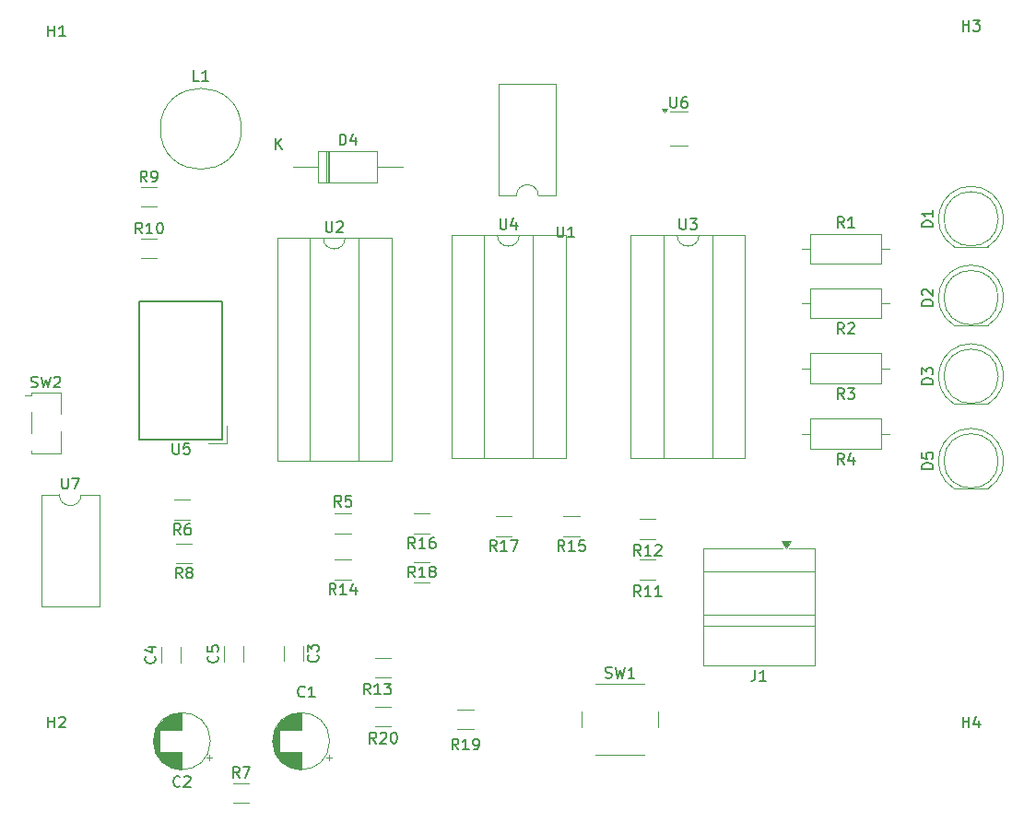
<source format=gbr>
%TF.GenerationSoftware,KiCad,Pcbnew,9.0.3*%
%TF.CreationDate,2025-12-16T09:58:50+01:00*%
%TF.ProjectId,PTP_Ivan_Brajkovic_Project1AAA,5054505f-4976-4616-9e5f-4272616a6b6f,rev?*%
%TF.SameCoordinates,Original*%
%TF.FileFunction,Legend,Top*%
%TF.FilePolarity,Positive*%
%FSLAX46Y46*%
G04 Gerber Fmt 4.6, Leading zero omitted, Abs format (unit mm)*
G04 Created by KiCad (PCBNEW 9.0.3) date 2025-12-16 09:58:50*
%MOMM*%
%LPD*%
G01*
G04 APERTURE LIST*
%ADD10C,0.150000*%
%ADD11C,0.120000*%
G04 APERTURE END LIST*
D10*
X147857142Y-76624819D02*
X147523809Y-76148628D01*
X147285714Y-76624819D02*
X147285714Y-75624819D01*
X147285714Y-75624819D02*
X147666666Y-75624819D01*
X147666666Y-75624819D02*
X147761904Y-75672438D01*
X147761904Y-75672438D02*
X147809523Y-75720057D01*
X147809523Y-75720057D02*
X147857142Y-75815295D01*
X147857142Y-75815295D02*
X147857142Y-75958152D01*
X147857142Y-75958152D02*
X147809523Y-76053390D01*
X147809523Y-76053390D02*
X147761904Y-76101009D01*
X147761904Y-76101009D02*
X147666666Y-76148628D01*
X147666666Y-76148628D02*
X147285714Y-76148628D01*
X148809523Y-76624819D02*
X148238095Y-76624819D01*
X148523809Y-76624819D02*
X148523809Y-75624819D01*
X148523809Y-75624819D02*
X148428571Y-75767676D01*
X148428571Y-75767676D02*
X148333333Y-75862914D01*
X148333333Y-75862914D02*
X148238095Y-75910533D01*
X149428571Y-75624819D02*
X149523809Y-75624819D01*
X149523809Y-75624819D02*
X149619047Y-75672438D01*
X149619047Y-75672438D02*
X149666666Y-75720057D01*
X149666666Y-75720057D02*
X149714285Y-75815295D01*
X149714285Y-75815295D02*
X149761904Y-76005771D01*
X149761904Y-76005771D02*
X149761904Y-76243866D01*
X149761904Y-76243866D02*
X149714285Y-76434342D01*
X149714285Y-76434342D02*
X149666666Y-76529580D01*
X149666666Y-76529580D02*
X149619047Y-76577200D01*
X149619047Y-76577200D02*
X149523809Y-76624819D01*
X149523809Y-76624819D02*
X149428571Y-76624819D01*
X149428571Y-76624819D02*
X149333333Y-76577200D01*
X149333333Y-76577200D02*
X149285714Y-76529580D01*
X149285714Y-76529580D02*
X149238095Y-76434342D01*
X149238095Y-76434342D02*
X149190476Y-76243866D01*
X149190476Y-76243866D02*
X149190476Y-76005771D01*
X149190476Y-76005771D02*
X149238095Y-75815295D01*
X149238095Y-75815295D02*
X149285714Y-75720057D01*
X149285714Y-75720057D02*
X149333333Y-75672438D01*
X149333333Y-75672438D02*
X149428571Y-75624819D01*
X166133333Y-101704819D02*
X165800000Y-101228628D01*
X165561905Y-101704819D02*
X165561905Y-100704819D01*
X165561905Y-100704819D02*
X165942857Y-100704819D01*
X165942857Y-100704819D02*
X166038095Y-100752438D01*
X166038095Y-100752438D02*
X166085714Y-100800057D01*
X166085714Y-100800057D02*
X166133333Y-100895295D01*
X166133333Y-100895295D02*
X166133333Y-101038152D01*
X166133333Y-101038152D02*
X166085714Y-101133390D01*
X166085714Y-101133390D02*
X166038095Y-101181009D01*
X166038095Y-101181009D02*
X165942857Y-101228628D01*
X165942857Y-101228628D02*
X165561905Y-101228628D01*
X167038095Y-100704819D02*
X166561905Y-100704819D01*
X166561905Y-100704819D02*
X166514286Y-101181009D01*
X166514286Y-101181009D02*
X166561905Y-101133390D01*
X166561905Y-101133390D02*
X166657143Y-101085771D01*
X166657143Y-101085771D02*
X166895238Y-101085771D01*
X166895238Y-101085771D02*
X166990476Y-101133390D01*
X166990476Y-101133390D02*
X167038095Y-101181009D01*
X167038095Y-101181009D02*
X167085714Y-101276247D01*
X167085714Y-101276247D02*
X167085714Y-101514342D01*
X167085714Y-101514342D02*
X167038095Y-101609580D01*
X167038095Y-101609580D02*
X166990476Y-101657200D01*
X166990476Y-101657200D02*
X166895238Y-101704819D01*
X166895238Y-101704819D02*
X166657143Y-101704819D01*
X166657143Y-101704819D02*
X166561905Y-101657200D01*
X166561905Y-101657200D02*
X166514286Y-101609580D01*
X197238095Y-75234819D02*
X197238095Y-76044342D01*
X197238095Y-76044342D02*
X197285714Y-76139580D01*
X197285714Y-76139580D02*
X197333333Y-76187200D01*
X197333333Y-76187200D02*
X197428571Y-76234819D01*
X197428571Y-76234819D02*
X197619047Y-76234819D01*
X197619047Y-76234819D02*
X197714285Y-76187200D01*
X197714285Y-76187200D02*
X197761904Y-76139580D01*
X197761904Y-76139580D02*
X197809523Y-76044342D01*
X197809523Y-76044342D02*
X197809523Y-75234819D01*
X198190476Y-75234819D02*
X198809523Y-75234819D01*
X198809523Y-75234819D02*
X198476190Y-75615771D01*
X198476190Y-75615771D02*
X198619047Y-75615771D01*
X198619047Y-75615771D02*
X198714285Y-75663390D01*
X198714285Y-75663390D02*
X198761904Y-75711009D01*
X198761904Y-75711009D02*
X198809523Y-75806247D01*
X198809523Y-75806247D02*
X198809523Y-76044342D01*
X198809523Y-76044342D02*
X198761904Y-76139580D01*
X198761904Y-76139580D02*
X198714285Y-76187200D01*
X198714285Y-76187200D02*
X198619047Y-76234819D01*
X198619047Y-76234819D02*
X198333333Y-76234819D01*
X198333333Y-76234819D02*
X198238095Y-76187200D01*
X198238095Y-76187200D02*
X198190476Y-76139580D01*
X185988095Y-75954819D02*
X185988095Y-76764342D01*
X185988095Y-76764342D02*
X186035714Y-76859580D01*
X186035714Y-76859580D02*
X186083333Y-76907200D01*
X186083333Y-76907200D02*
X186178571Y-76954819D01*
X186178571Y-76954819D02*
X186369047Y-76954819D01*
X186369047Y-76954819D02*
X186464285Y-76907200D01*
X186464285Y-76907200D02*
X186511904Y-76859580D01*
X186511904Y-76859580D02*
X186559523Y-76764342D01*
X186559523Y-76764342D02*
X186559523Y-75954819D01*
X187559523Y-76954819D02*
X186988095Y-76954819D01*
X187273809Y-76954819D02*
X187273809Y-75954819D01*
X187273809Y-75954819D02*
X187178571Y-76097676D01*
X187178571Y-76097676D02*
X187083333Y-76192914D01*
X187083333Y-76192914D02*
X186988095Y-76240533D01*
X148283333Y-71874819D02*
X147950000Y-71398628D01*
X147711905Y-71874819D02*
X147711905Y-70874819D01*
X147711905Y-70874819D02*
X148092857Y-70874819D01*
X148092857Y-70874819D02*
X148188095Y-70922438D01*
X148188095Y-70922438D02*
X148235714Y-70970057D01*
X148235714Y-70970057D02*
X148283333Y-71065295D01*
X148283333Y-71065295D02*
X148283333Y-71208152D01*
X148283333Y-71208152D02*
X148235714Y-71303390D01*
X148235714Y-71303390D02*
X148188095Y-71351009D01*
X148188095Y-71351009D02*
X148092857Y-71398628D01*
X148092857Y-71398628D02*
X147711905Y-71398628D01*
X148759524Y-71874819D02*
X148950000Y-71874819D01*
X148950000Y-71874819D02*
X149045238Y-71827200D01*
X149045238Y-71827200D02*
X149092857Y-71779580D01*
X149092857Y-71779580D02*
X149188095Y-71636723D01*
X149188095Y-71636723D02*
X149235714Y-71446247D01*
X149235714Y-71446247D02*
X149235714Y-71065295D01*
X149235714Y-71065295D02*
X149188095Y-70970057D01*
X149188095Y-70970057D02*
X149140476Y-70922438D01*
X149140476Y-70922438D02*
X149045238Y-70874819D01*
X149045238Y-70874819D02*
X148854762Y-70874819D01*
X148854762Y-70874819D02*
X148759524Y-70922438D01*
X148759524Y-70922438D02*
X148711905Y-70970057D01*
X148711905Y-70970057D02*
X148664286Y-71065295D01*
X148664286Y-71065295D02*
X148664286Y-71303390D01*
X148664286Y-71303390D02*
X148711905Y-71398628D01*
X148711905Y-71398628D02*
X148759524Y-71446247D01*
X148759524Y-71446247D02*
X148854762Y-71493866D01*
X148854762Y-71493866D02*
X149045238Y-71493866D01*
X149045238Y-71493866D02*
X149140476Y-71446247D01*
X149140476Y-71446247D02*
X149188095Y-71398628D01*
X149188095Y-71398628D02*
X149235714Y-71303390D01*
X172907142Y-108204819D02*
X172573809Y-107728628D01*
X172335714Y-108204819D02*
X172335714Y-107204819D01*
X172335714Y-107204819D02*
X172716666Y-107204819D01*
X172716666Y-107204819D02*
X172811904Y-107252438D01*
X172811904Y-107252438D02*
X172859523Y-107300057D01*
X172859523Y-107300057D02*
X172907142Y-107395295D01*
X172907142Y-107395295D02*
X172907142Y-107538152D01*
X172907142Y-107538152D02*
X172859523Y-107633390D01*
X172859523Y-107633390D02*
X172811904Y-107681009D01*
X172811904Y-107681009D02*
X172716666Y-107728628D01*
X172716666Y-107728628D02*
X172335714Y-107728628D01*
X173859523Y-108204819D02*
X173288095Y-108204819D01*
X173573809Y-108204819D02*
X173573809Y-107204819D01*
X173573809Y-107204819D02*
X173478571Y-107347676D01*
X173478571Y-107347676D02*
X173383333Y-107442914D01*
X173383333Y-107442914D02*
X173288095Y-107490533D01*
X174430952Y-107633390D02*
X174335714Y-107585771D01*
X174335714Y-107585771D02*
X174288095Y-107538152D01*
X174288095Y-107538152D02*
X174240476Y-107442914D01*
X174240476Y-107442914D02*
X174240476Y-107395295D01*
X174240476Y-107395295D02*
X174288095Y-107300057D01*
X174288095Y-107300057D02*
X174335714Y-107252438D01*
X174335714Y-107252438D02*
X174430952Y-107204819D01*
X174430952Y-107204819D02*
X174621428Y-107204819D01*
X174621428Y-107204819D02*
X174716666Y-107252438D01*
X174716666Y-107252438D02*
X174764285Y-107300057D01*
X174764285Y-107300057D02*
X174811904Y-107395295D01*
X174811904Y-107395295D02*
X174811904Y-107442914D01*
X174811904Y-107442914D02*
X174764285Y-107538152D01*
X174764285Y-107538152D02*
X174716666Y-107585771D01*
X174716666Y-107585771D02*
X174621428Y-107633390D01*
X174621428Y-107633390D02*
X174430952Y-107633390D01*
X174430952Y-107633390D02*
X174335714Y-107681009D01*
X174335714Y-107681009D02*
X174288095Y-107728628D01*
X174288095Y-107728628D02*
X174240476Y-107823866D01*
X174240476Y-107823866D02*
X174240476Y-108014342D01*
X174240476Y-108014342D02*
X174288095Y-108109580D01*
X174288095Y-108109580D02*
X174335714Y-108157200D01*
X174335714Y-108157200D02*
X174430952Y-108204819D01*
X174430952Y-108204819D02*
X174621428Y-108204819D01*
X174621428Y-108204819D02*
X174716666Y-108157200D01*
X174716666Y-108157200D02*
X174764285Y-108109580D01*
X174764285Y-108109580D02*
X174811904Y-108014342D01*
X174811904Y-108014342D02*
X174811904Y-107823866D01*
X174811904Y-107823866D02*
X174764285Y-107728628D01*
X174764285Y-107728628D02*
X174716666Y-107681009D01*
X174716666Y-107681009D02*
X174621428Y-107633390D01*
X137666667Y-90707200D02*
X137809524Y-90754819D01*
X137809524Y-90754819D02*
X138047619Y-90754819D01*
X138047619Y-90754819D02*
X138142857Y-90707200D01*
X138142857Y-90707200D02*
X138190476Y-90659580D01*
X138190476Y-90659580D02*
X138238095Y-90564342D01*
X138238095Y-90564342D02*
X138238095Y-90469104D01*
X138238095Y-90469104D02*
X138190476Y-90373866D01*
X138190476Y-90373866D02*
X138142857Y-90326247D01*
X138142857Y-90326247D02*
X138047619Y-90278628D01*
X138047619Y-90278628D02*
X137857143Y-90231009D01*
X137857143Y-90231009D02*
X137761905Y-90183390D01*
X137761905Y-90183390D02*
X137714286Y-90135771D01*
X137714286Y-90135771D02*
X137666667Y-90040533D01*
X137666667Y-90040533D02*
X137666667Y-89945295D01*
X137666667Y-89945295D02*
X137714286Y-89850057D01*
X137714286Y-89850057D02*
X137761905Y-89802438D01*
X137761905Y-89802438D02*
X137857143Y-89754819D01*
X137857143Y-89754819D02*
X138095238Y-89754819D01*
X138095238Y-89754819D02*
X138238095Y-89802438D01*
X138571429Y-89754819D02*
X138809524Y-90754819D01*
X138809524Y-90754819D02*
X139000000Y-90040533D01*
X139000000Y-90040533D02*
X139190476Y-90754819D01*
X139190476Y-90754819D02*
X139428572Y-89754819D01*
X139761905Y-89850057D02*
X139809524Y-89802438D01*
X139809524Y-89802438D02*
X139904762Y-89754819D01*
X139904762Y-89754819D02*
X140142857Y-89754819D01*
X140142857Y-89754819D02*
X140238095Y-89802438D01*
X140238095Y-89802438D02*
X140285714Y-89850057D01*
X140285714Y-89850057D02*
X140333333Y-89945295D01*
X140333333Y-89945295D02*
X140333333Y-90040533D01*
X140333333Y-90040533D02*
X140285714Y-90183390D01*
X140285714Y-90183390D02*
X139714286Y-90754819D01*
X139714286Y-90754819D02*
X140333333Y-90754819D01*
X220494819Y-83243094D02*
X219494819Y-83243094D01*
X219494819Y-83243094D02*
X219494819Y-83004999D01*
X219494819Y-83004999D02*
X219542438Y-82862142D01*
X219542438Y-82862142D02*
X219637676Y-82766904D01*
X219637676Y-82766904D02*
X219732914Y-82719285D01*
X219732914Y-82719285D02*
X219923390Y-82671666D01*
X219923390Y-82671666D02*
X220066247Y-82671666D01*
X220066247Y-82671666D02*
X220256723Y-82719285D01*
X220256723Y-82719285D02*
X220351961Y-82766904D01*
X220351961Y-82766904D02*
X220447200Y-82862142D01*
X220447200Y-82862142D02*
X220494819Y-83004999D01*
X220494819Y-83004999D02*
X220494819Y-83243094D01*
X219590057Y-82290713D02*
X219542438Y-82243094D01*
X219542438Y-82243094D02*
X219494819Y-82147856D01*
X219494819Y-82147856D02*
X219494819Y-81909761D01*
X219494819Y-81909761D02*
X219542438Y-81814523D01*
X219542438Y-81814523D02*
X219590057Y-81766904D01*
X219590057Y-81766904D02*
X219685295Y-81719285D01*
X219685295Y-81719285D02*
X219780533Y-81719285D01*
X219780533Y-81719285D02*
X219923390Y-81766904D01*
X219923390Y-81766904D02*
X220494819Y-82338332D01*
X220494819Y-82338332D02*
X220494819Y-81719285D01*
X172907142Y-105534819D02*
X172573809Y-105058628D01*
X172335714Y-105534819D02*
X172335714Y-104534819D01*
X172335714Y-104534819D02*
X172716666Y-104534819D01*
X172716666Y-104534819D02*
X172811904Y-104582438D01*
X172811904Y-104582438D02*
X172859523Y-104630057D01*
X172859523Y-104630057D02*
X172907142Y-104725295D01*
X172907142Y-104725295D02*
X172907142Y-104868152D01*
X172907142Y-104868152D02*
X172859523Y-104963390D01*
X172859523Y-104963390D02*
X172811904Y-105011009D01*
X172811904Y-105011009D02*
X172716666Y-105058628D01*
X172716666Y-105058628D02*
X172335714Y-105058628D01*
X173859523Y-105534819D02*
X173288095Y-105534819D01*
X173573809Y-105534819D02*
X173573809Y-104534819D01*
X173573809Y-104534819D02*
X173478571Y-104677676D01*
X173478571Y-104677676D02*
X173383333Y-104772914D01*
X173383333Y-104772914D02*
X173288095Y-104820533D01*
X174716666Y-104534819D02*
X174526190Y-104534819D01*
X174526190Y-104534819D02*
X174430952Y-104582438D01*
X174430952Y-104582438D02*
X174383333Y-104630057D01*
X174383333Y-104630057D02*
X174288095Y-104772914D01*
X174288095Y-104772914D02*
X174240476Y-104963390D01*
X174240476Y-104963390D02*
X174240476Y-105344342D01*
X174240476Y-105344342D02*
X174288095Y-105439580D01*
X174288095Y-105439580D02*
X174335714Y-105487200D01*
X174335714Y-105487200D02*
X174430952Y-105534819D01*
X174430952Y-105534819D02*
X174621428Y-105534819D01*
X174621428Y-105534819D02*
X174716666Y-105487200D01*
X174716666Y-105487200D02*
X174764285Y-105439580D01*
X174764285Y-105439580D02*
X174811904Y-105344342D01*
X174811904Y-105344342D02*
X174811904Y-105106247D01*
X174811904Y-105106247D02*
X174764285Y-105011009D01*
X174764285Y-105011009D02*
X174716666Y-104963390D01*
X174716666Y-104963390D02*
X174621428Y-104915771D01*
X174621428Y-104915771D02*
X174430952Y-104915771D01*
X174430952Y-104915771D02*
X174335714Y-104963390D01*
X174335714Y-104963390D02*
X174288095Y-105011009D01*
X174288095Y-105011009D02*
X174240476Y-105106247D01*
X212333333Y-97824819D02*
X212000000Y-97348628D01*
X211761905Y-97824819D02*
X211761905Y-96824819D01*
X211761905Y-96824819D02*
X212142857Y-96824819D01*
X212142857Y-96824819D02*
X212238095Y-96872438D01*
X212238095Y-96872438D02*
X212285714Y-96920057D01*
X212285714Y-96920057D02*
X212333333Y-97015295D01*
X212333333Y-97015295D02*
X212333333Y-97158152D01*
X212333333Y-97158152D02*
X212285714Y-97253390D01*
X212285714Y-97253390D02*
X212238095Y-97301009D01*
X212238095Y-97301009D02*
X212142857Y-97348628D01*
X212142857Y-97348628D02*
X211761905Y-97348628D01*
X213190476Y-97158152D02*
X213190476Y-97824819D01*
X212952381Y-96777200D02*
X212714286Y-97491485D01*
X212714286Y-97491485D02*
X213333333Y-97491485D01*
X186657142Y-105784819D02*
X186323809Y-105308628D01*
X186085714Y-105784819D02*
X186085714Y-104784819D01*
X186085714Y-104784819D02*
X186466666Y-104784819D01*
X186466666Y-104784819D02*
X186561904Y-104832438D01*
X186561904Y-104832438D02*
X186609523Y-104880057D01*
X186609523Y-104880057D02*
X186657142Y-104975295D01*
X186657142Y-104975295D02*
X186657142Y-105118152D01*
X186657142Y-105118152D02*
X186609523Y-105213390D01*
X186609523Y-105213390D02*
X186561904Y-105261009D01*
X186561904Y-105261009D02*
X186466666Y-105308628D01*
X186466666Y-105308628D02*
X186085714Y-105308628D01*
X187609523Y-105784819D02*
X187038095Y-105784819D01*
X187323809Y-105784819D02*
X187323809Y-104784819D01*
X187323809Y-104784819D02*
X187228571Y-104927676D01*
X187228571Y-104927676D02*
X187133333Y-105022914D01*
X187133333Y-105022914D02*
X187038095Y-105070533D01*
X188514285Y-104784819D02*
X188038095Y-104784819D01*
X188038095Y-104784819D02*
X187990476Y-105261009D01*
X187990476Y-105261009D02*
X188038095Y-105213390D01*
X188038095Y-105213390D02*
X188133333Y-105165771D01*
X188133333Y-105165771D02*
X188371428Y-105165771D01*
X188371428Y-105165771D02*
X188466666Y-105213390D01*
X188466666Y-105213390D02*
X188514285Y-105261009D01*
X188514285Y-105261009D02*
X188561904Y-105356247D01*
X188561904Y-105356247D02*
X188561904Y-105594342D01*
X188561904Y-105594342D02*
X188514285Y-105689580D01*
X188514285Y-105689580D02*
X188466666Y-105737200D01*
X188466666Y-105737200D02*
X188371428Y-105784819D01*
X188371428Y-105784819D02*
X188133333Y-105784819D01*
X188133333Y-105784819D02*
X188038095Y-105737200D01*
X188038095Y-105737200D02*
X187990476Y-105689580D01*
X190416667Y-117407200D02*
X190559524Y-117454819D01*
X190559524Y-117454819D02*
X190797619Y-117454819D01*
X190797619Y-117454819D02*
X190892857Y-117407200D01*
X190892857Y-117407200D02*
X190940476Y-117359580D01*
X190940476Y-117359580D02*
X190988095Y-117264342D01*
X190988095Y-117264342D02*
X190988095Y-117169104D01*
X190988095Y-117169104D02*
X190940476Y-117073866D01*
X190940476Y-117073866D02*
X190892857Y-117026247D01*
X190892857Y-117026247D02*
X190797619Y-116978628D01*
X190797619Y-116978628D02*
X190607143Y-116931009D01*
X190607143Y-116931009D02*
X190511905Y-116883390D01*
X190511905Y-116883390D02*
X190464286Y-116835771D01*
X190464286Y-116835771D02*
X190416667Y-116740533D01*
X190416667Y-116740533D02*
X190416667Y-116645295D01*
X190416667Y-116645295D02*
X190464286Y-116550057D01*
X190464286Y-116550057D02*
X190511905Y-116502438D01*
X190511905Y-116502438D02*
X190607143Y-116454819D01*
X190607143Y-116454819D02*
X190845238Y-116454819D01*
X190845238Y-116454819D02*
X190988095Y-116502438D01*
X191321429Y-116454819D02*
X191559524Y-117454819D01*
X191559524Y-117454819D02*
X191750000Y-116740533D01*
X191750000Y-116740533D02*
X191940476Y-117454819D01*
X191940476Y-117454819D02*
X192178572Y-116454819D01*
X193083333Y-117454819D02*
X192511905Y-117454819D01*
X192797619Y-117454819D02*
X192797619Y-116454819D01*
X192797619Y-116454819D02*
X192702381Y-116597676D01*
X192702381Y-116597676D02*
X192607143Y-116692914D01*
X192607143Y-116692914D02*
X192511905Y-116740533D01*
X196375595Y-64054819D02*
X196375595Y-64864342D01*
X196375595Y-64864342D02*
X196423214Y-64959580D01*
X196423214Y-64959580D02*
X196470833Y-65007200D01*
X196470833Y-65007200D02*
X196566071Y-65054819D01*
X196566071Y-65054819D02*
X196756547Y-65054819D01*
X196756547Y-65054819D02*
X196851785Y-65007200D01*
X196851785Y-65007200D02*
X196899404Y-64959580D01*
X196899404Y-64959580D02*
X196947023Y-64864342D01*
X196947023Y-64864342D02*
X196947023Y-64054819D01*
X197851785Y-64054819D02*
X197661309Y-64054819D01*
X197661309Y-64054819D02*
X197566071Y-64102438D01*
X197566071Y-64102438D02*
X197518452Y-64150057D01*
X197518452Y-64150057D02*
X197423214Y-64292914D01*
X197423214Y-64292914D02*
X197375595Y-64483390D01*
X197375595Y-64483390D02*
X197375595Y-64864342D01*
X197375595Y-64864342D02*
X197423214Y-64959580D01*
X197423214Y-64959580D02*
X197470833Y-65007200D01*
X197470833Y-65007200D02*
X197566071Y-65054819D01*
X197566071Y-65054819D02*
X197756547Y-65054819D01*
X197756547Y-65054819D02*
X197851785Y-65007200D01*
X197851785Y-65007200D02*
X197899404Y-64959580D01*
X197899404Y-64959580D02*
X197947023Y-64864342D01*
X197947023Y-64864342D02*
X197947023Y-64626247D01*
X197947023Y-64626247D02*
X197899404Y-64531009D01*
X197899404Y-64531009D02*
X197851785Y-64483390D01*
X197851785Y-64483390D02*
X197756547Y-64435771D01*
X197756547Y-64435771D02*
X197566071Y-64435771D01*
X197566071Y-64435771D02*
X197470833Y-64483390D01*
X197470833Y-64483390D02*
X197423214Y-64531009D01*
X197423214Y-64531009D02*
X197375595Y-64626247D01*
X193657142Y-106204819D02*
X193323809Y-105728628D01*
X193085714Y-106204819D02*
X193085714Y-105204819D01*
X193085714Y-105204819D02*
X193466666Y-105204819D01*
X193466666Y-105204819D02*
X193561904Y-105252438D01*
X193561904Y-105252438D02*
X193609523Y-105300057D01*
X193609523Y-105300057D02*
X193657142Y-105395295D01*
X193657142Y-105395295D02*
X193657142Y-105538152D01*
X193657142Y-105538152D02*
X193609523Y-105633390D01*
X193609523Y-105633390D02*
X193561904Y-105681009D01*
X193561904Y-105681009D02*
X193466666Y-105728628D01*
X193466666Y-105728628D02*
X193085714Y-105728628D01*
X194609523Y-106204819D02*
X194038095Y-106204819D01*
X194323809Y-106204819D02*
X194323809Y-105204819D01*
X194323809Y-105204819D02*
X194228571Y-105347676D01*
X194228571Y-105347676D02*
X194133333Y-105442914D01*
X194133333Y-105442914D02*
X194038095Y-105490533D01*
X194990476Y-105300057D02*
X195038095Y-105252438D01*
X195038095Y-105252438D02*
X195133333Y-105204819D01*
X195133333Y-105204819D02*
X195371428Y-105204819D01*
X195371428Y-105204819D02*
X195466666Y-105252438D01*
X195466666Y-105252438D02*
X195514285Y-105300057D01*
X195514285Y-105300057D02*
X195561904Y-105395295D01*
X195561904Y-105395295D02*
X195561904Y-105490533D01*
X195561904Y-105490533D02*
X195514285Y-105633390D01*
X195514285Y-105633390D02*
X194942857Y-106204819D01*
X194942857Y-106204819D02*
X195561904Y-106204819D01*
X212333333Y-85824819D02*
X212000000Y-85348628D01*
X211761905Y-85824819D02*
X211761905Y-84824819D01*
X211761905Y-84824819D02*
X212142857Y-84824819D01*
X212142857Y-84824819D02*
X212238095Y-84872438D01*
X212238095Y-84872438D02*
X212285714Y-84920057D01*
X212285714Y-84920057D02*
X212333333Y-85015295D01*
X212333333Y-85015295D02*
X212333333Y-85158152D01*
X212333333Y-85158152D02*
X212285714Y-85253390D01*
X212285714Y-85253390D02*
X212238095Y-85301009D01*
X212238095Y-85301009D02*
X212142857Y-85348628D01*
X212142857Y-85348628D02*
X211761905Y-85348628D01*
X212714286Y-84920057D02*
X212761905Y-84872438D01*
X212761905Y-84872438D02*
X212857143Y-84824819D01*
X212857143Y-84824819D02*
X213095238Y-84824819D01*
X213095238Y-84824819D02*
X213190476Y-84872438D01*
X213190476Y-84872438D02*
X213238095Y-84920057D01*
X213238095Y-84920057D02*
X213285714Y-85015295D01*
X213285714Y-85015295D02*
X213285714Y-85110533D01*
X213285714Y-85110533D02*
X213238095Y-85253390D01*
X213238095Y-85253390D02*
X212666667Y-85824819D01*
X212666667Y-85824819D02*
X213285714Y-85824819D01*
X220494819Y-90468094D02*
X219494819Y-90468094D01*
X219494819Y-90468094D02*
X219494819Y-90229999D01*
X219494819Y-90229999D02*
X219542438Y-90087142D01*
X219542438Y-90087142D02*
X219637676Y-89991904D01*
X219637676Y-89991904D02*
X219732914Y-89944285D01*
X219732914Y-89944285D02*
X219923390Y-89896666D01*
X219923390Y-89896666D02*
X220066247Y-89896666D01*
X220066247Y-89896666D02*
X220256723Y-89944285D01*
X220256723Y-89944285D02*
X220351961Y-89991904D01*
X220351961Y-89991904D02*
X220447200Y-90087142D01*
X220447200Y-90087142D02*
X220494819Y-90229999D01*
X220494819Y-90229999D02*
X220494819Y-90468094D01*
X219494819Y-89563332D02*
X219494819Y-88944285D01*
X219494819Y-88944285D02*
X219875771Y-89277618D01*
X219875771Y-89277618D02*
X219875771Y-89134761D01*
X219875771Y-89134761D02*
X219923390Y-89039523D01*
X219923390Y-89039523D02*
X219971009Y-88991904D01*
X219971009Y-88991904D02*
X220066247Y-88944285D01*
X220066247Y-88944285D02*
X220304342Y-88944285D01*
X220304342Y-88944285D02*
X220399580Y-88991904D01*
X220399580Y-88991904D02*
X220447200Y-89039523D01*
X220447200Y-89039523D02*
X220494819Y-89134761D01*
X220494819Y-89134761D02*
X220494819Y-89420475D01*
X220494819Y-89420475D02*
X220447200Y-89515713D01*
X220447200Y-89515713D02*
X220399580Y-89563332D01*
X204166666Y-116707319D02*
X204166666Y-117421604D01*
X204166666Y-117421604D02*
X204119047Y-117564461D01*
X204119047Y-117564461D02*
X204023809Y-117659700D01*
X204023809Y-117659700D02*
X203880952Y-117707319D01*
X203880952Y-117707319D02*
X203785714Y-117707319D01*
X205166666Y-117707319D02*
X204595238Y-117707319D01*
X204880952Y-117707319D02*
X204880952Y-116707319D01*
X204880952Y-116707319D02*
X204785714Y-116850176D01*
X204785714Y-116850176D02*
X204690476Y-116945414D01*
X204690476Y-116945414D02*
X204595238Y-116993033D01*
X151383333Y-104284819D02*
X151050000Y-103808628D01*
X150811905Y-104284819D02*
X150811905Y-103284819D01*
X150811905Y-103284819D02*
X151192857Y-103284819D01*
X151192857Y-103284819D02*
X151288095Y-103332438D01*
X151288095Y-103332438D02*
X151335714Y-103380057D01*
X151335714Y-103380057D02*
X151383333Y-103475295D01*
X151383333Y-103475295D02*
X151383333Y-103618152D01*
X151383333Y-103618152D02*
X151335714Y-103713390D01*
X151335714Y-103713390D02*
X151288095Y-103761009D01*
X151288095Y-103761009D02*
X151192857Y-103808628D01*
X151192857Y-103808628D02*
X150811905Y-103808628D01*
X152240476Y-103284819D02*
X152050000Y-103284819D01*
X152050000Y-103284819D02*
X151954762Y-103332438D01*
X151954762Y-103332438D02*
X151907143Y-103380057D01*
X151907143Y-103380057D02*
X151811905Y-103522914D01*
X151811905Y-103522914D02*
X151764286Y-103713390D01*
X151764286Y-103713390D02*
X151764286Y-104094342D01*
X151764286Y-104094342D02*
X151811905Y-104189580D01*
X151811905Y-104189580D02*
X151859524Y-104237200D01*
X151859524Y-104237200D02*
X151954762Y-104284819D01*
X151954762Y-104284819D02*
X152145238Y-104284819D01*
X152145238Y-104284819D02*
X152240476Y-104237200D01*
X152240476Y-104237200D02*
X152288095Y-104189580D01*
X152288095Y-104189580D02*
X152335714Y-104094342D01*
X152335714Y-104094342D02*
X152335714Y-103856247D01*
X152335714Y-103856247D02*
X152288095Y-103761009D01*
X152288095Y-103761009D02*
X152240476Y-103713390D01*
X152240476Y-103713390D02*
X152145238Y-103665771D01*
X152145238Y-103665771D02*
X151954762Y-103665771D01*
X151954762Y-103665771D02*
X151859524Y-103713390D01*
X151859524Y-103713390D02*
X151811905Y-103761009D01*
X151811905Y-103761009D02*
X151764286Y-103856247D01*
X140493095Y-99064819D02*
X140493095Y-99874342D01*
X140493095Y-99874342D02*
X140540714Y-99969580D01*
X140540714Y-99969580D02*
X140588333Y-100017200D01*
X140588333Y-100017200D02*
X140683571Y-100064819D01*
X140683571Y-100064819D02*
X140874047Y-100064819D01*
X140874047Y-100064819D02*
X140969285Y-100017200D01*
X140969285Y-100017200D02*
X141016904Y-99969580D01*
X141016904Y-99969580D02*
X141064523Y-99874342D01*
X141064523Y-99874342D02*
X141064523Y-99064819D01*
X141445476Y-99064819D02*
X142112142Y-99064819D01*
X142112142Y-99064819D02*
X141683571Y-100064819D01*
X223238095Y-58004819D02*
X223238095Y-57004819D01*
X223238095Y-57481009D02*
X223809523Y-57481009D01*
X223809523Y-58004819D02*
X223809523Y-57004819D01*
X224190476Y-57004819D02*
X224809523Y-57004819D01*
X224809523Y-57004819D02*
X224476190Y-57385771D01*
X224476190Y-57385771D02*
X224619047Y-57385771D01*
X224619047Y-57385771D02*
X224714285Y-57433390D01*
X224714285Y-57433390D02*
X224761904Y-57481009D01*
X224761904Y-57481009D02*
X224809523Y-57576247D01*
X224809523Y-57576247D02*
X224809523Y-57814342D01*
X224809523Y-57814342D02*
X224761904Y-57909580D01*
X224761904Y-57909580D02*
X224714285Y-57957200D01*
X224714285Y-57957200D02*
X224619047Y-58004819D01*
X224619047Y-58004819D02*
X224333333Y-58004819D01*
X224333333Y-58004819D02*
X224238095Y-57957200D01*
X224238095Y-57957200D02*
X224190476Y-57909580D01*
X162788446Y-119109580D02*
X162740827Y-119157200D01*
X162740827Y-119157200D02*
X162597970Y-119204819D01*
X162597970Y-119204819D02*
X162502732Y-119204819D01*
X162502732Y-119204819D02*
X162359875Y-119157200D01*
X162359875Y-119157200D02*
X162264637Y-119061961D01*
X162264637Y-119061961D02*
X162217018Y-118966723D01*
X162217018Y-118966723D02*
X162169399Y-118776247D01*
X162169399Y-118776247D02*
X162169399Y-118633390D01*
X162169399Y-118633390D02*
X162217018Y-118442914D01*
X162217018Y-118442914D02*
X162264637Y-118347676D01*
X162264637Y-118347676D02*
X162359875Y-118252438D01*
X162359875Y-118252438D02*
X162502732Y-118204819D01*
X162502732Y-118204819D02*
X162597970Y-118204819D01*
X162597970Y-118204819D02*
X162740827Y-118252438D01*
X162740827Y-118252438D02*
X162788446Y-118300057D01*
X163740827Y-119204819D02*
X163169399Y-119204819D01*
X163455113Y-119204819D02*
X163455113Y-118204819D01*
X163455113Y-118204819D02*
X163359875Y-118347676D01*
X163359875Y-118347676D02*
X163264637Y-118442914D01*
X163264637Y-118442914D02*
X163169399Y-118490533D01*
X169357142Y-123454819D02*
X169023809Y-122978628D01*
X168785714Y-123454819D02*
X168785714Y-122454819D01*
X168785714Y-122454819D02*
X169166666Y-122454819D01*
X169166666Y-122454819D02*
X169261904Y-122502438D01*
X169261904Y-122502438D02*
X169309523Y-122550057D01*
X169309523Y-122550057D02*
X169357142Y-122645295D01*
X169357142Y-122645295D02*
X169357142Y-122788152D01*
X169357142Y-122788152D02*
X169309523Y-122883390D01*
X169309523Y-122883390D02*
X169261904Y-122931009D01*
X169261904Y-122931009D02*
X169166666Y-122978628D01*
X169166666Y-122978628D02*
X168785714Y-122978628D01*
X169738095Y-122550057D02*
X169785714Y-122502438D01*
X169785714Y-122502438D02*
X169880952Y-122454819D01*
X169880952Y-122454819D02*
X170119047Y-122454819D01*
X170119047Y-122454819D02*
X170214285Y-122502438D01*
X170214285Y-122502438D02*
X170261904Y-122550057D01*
X170261904Y-122550057D02*
X170309523Y-122645295D01*
X170309523Y-122645295D02*
X170309523Y-122740533D01*
X170309523Y-122740533D02*
X170261904Y-122883390D01*
X170261904Y-122883390D02*
X169690476Y-123454819D01*
X169690476Y-123454819D02*
X170309523Y-123454819D01*
X170928571Y-122454819D02*
X171023809Y-122454819D01*
X171023809Y-122454819D02*
X171119047Y-122502438D01*
X171119047Y-122502438D02*
X171166666Y-122550057D01*
X171166666Y-122550057D02*
X171214285Y-122645295D01*
X171214285Y-122645295D02*
X171261904Y-122835771D01*
X171261904Y-122835771D02*
X171261904Y-123073866D01*
X171261904Y-123073866D02*
X171214285Y-123264342D01*
X171214285Y-123264342D02*
X171166666Y-123359580D01*
X171166666Y-123359580D02*
X171119047Y-123407200D01*
X171119047Y-123407200D02*
X171023809Y-123454819D01*
X171023809Y-123454819D02*
X170928571Y-123454819D01*
X170928571Y-123454819D02*
X170833333Y-123407200D01*
X170833333Y-123407200D02*
X170785714Y-123359580D01*
X170785714Y-123359580D02*
X170738095Y-123264342D01*
X170738095Y-123264342D02*
X170690476Y-123073866D01*
X170690476Y-123073866D02*
X170690476Y-122835771D01*
X170690476Y-122835771D02*
X170738095Y-122645295D01*
X170738095Y-122645295D02*
X170785714Y-122550057D01*
X170785714Y-122550057D02*
X170833333Y-122502438D01*
X170833333Y-122502438D02*
X170928571Y-122454819D01*
X166011905Y-68484819D02*
X166011905Y-67484819D01*
X166011905Y-67484819D02*
X166250000Y-67484819D01*
X166250000Y-67484819D02*
X166392857Y-67532438D01*
X166392857Y-67532438D02*
X166488095Y-67627676D01*
X166488095Y-67627676D02*
X166535714Y-67722914D01*
X166535714Y-67722914D02*
X166583333Y-67913390D01*
X166583333Y-67913390D02*
X166583333Y-68056247D01*
X166583333Y-68056247D02*
X166535714Y-68246723D01*
X166535714Y-68246723D02*
X166488095Y-68341961D01*
X166488095Y-68341961D02*
X166392857Y-68437200D01*
X166392857Y-68437200D02*
X166250000Y-68484819D01*
X166250000Y-68484819D02*
X166011905Y-68484819D01*
X167440476Y-67818152D02*
X167440476Y-68484819D01*
X167202381Y-67437200D02*
X166964286Y-68151485D01*
X166964286Y-68151485D02*
X167583333Y-68151485D01*
X160138095Y-68854819D02*
X160138095Y-67854819D01*
X160709523Y-68854819D02*
X160280952Y-68283390D01*
X160709523Y-67854819D02*
X160138095Y-68426247D01*
X163959580Y-115354166D02*
X164007200Y-115401785D01*
X164007200Y-115401785D02*
X164054819Y-115544642D01*
X164054819Y-115544642D02*
X164054819Y-115639880D01*
X164054819Y-115639880D02*
X164007200Y-115782737D01*
X164007200Y-115782737D02*
X163911961Y-115877975D01*
X163911961Y-115877975D02*
X163816723Y-115925594D01*
X163816723Y-115925594D02*
X163626247Y-115973213D01*
X163626247Y-115973213D02*
X163483390Y-115973213D01*
X163483390Y-115973213D02*
X163292914Y-115925594D01*
X163292914Y-115925594D02*
X163197676Y-115877975D01*
X163197676Y-115877975D02*
X163102438Y-115782737D01*
X163102438Y-115782737D02*
X163054819Y-115639880D01*
X163054819Y-115639880D02*
X163054819Y-115544642D01*
X163054819Y-115544642D02*
X163102438Y-115401785D01*
X163102438Y-115401785D02*
X163150057Y-115354166D01*
X163054819Y-115020832D02*
X163054819Y-114401785D01*
X163054819Y-114401785D02*
X163435771Y-114735118D01*
X163435771Y-114735118D02*
X163435771Y-114592261D01*
X163435771Y-114592261D02*
X163483390Y-114497023D01*
X163483390Y-114497023D02*
X163531009Y-114449404D01*
X163531009Y-114449404D02*
X163626247Y-114401785D01*
X163626247Y-114401785D02*
X163864342Y-114401785D01*
X163864342Y-114401785D02*
X163959580Y-114449404D01*
X163959580Y-114449404D02*
X164007200Y-114497023D01*
X164007200Y-114497023D02*
X164054819Y-114592261D01*
X164054819Y-114592261D02*
X164054819Y-114877975D01*
X164054819Y-114877975D02*
X164007200Y-114973213D01*
X164007200Y-114973213D02*
X163959580Y-115020832D01*
X139238095Y-122004819D02*
X139238095Y-121004819D01*
X139238095Y-121481009D02*
X139809523Y-121481009D01*
X139809523Y-122004819D02*
X139809523Y-121004819D01*
X140238095Y-121100057D02*
X140285714Y-121052438D01*
X140285714Y-121052438D02*
X140380952Y-121004819D01*
X140380952Y-121004819D02*
X140619047Y-121004819D01*
X140619047Y-121004819D02*
X140714285Y-121052438D01*
X140714285Y-121052438D02*
X140761904Y-121100057D01*
X140761904Y-121100057D02*
X140809523Y-121195295D01*
X140809523Y-121195295D02*
X140809523Y-121290533D01*
X140809523Y-121290533D02*
X140761904Y-121433390D01*
X140761904Y-121433390D02*
X140190476Y-122004819D01*
X140190476Y-122004819D02*
X140809523Y-122004819D01*
X164738095Y-75484819D02*
X164738095Y-76294342D01*
X164738095Y-76294342D02*
X164785714Y-76389580D01*
X164785714Y-76389580D02*
X164833333Y-76437200D01*
X164833333Y-76437200D02*
X164928571Y-76484819D01*
X164928571Y-76484819D02*
X165119047Y-76484819D01*
X165119047Y-76484819D02*
X165214285Y-76437200D01*
X165214285Y-76437200D02*
X165261904Y-76389580D01*
X165261904Y-76389580D02*
X165309523Y-76294342D01*
X165309523Y-76294342D02*
X165309523Y-75484819D01*
X165738095Y-75580057D02*
X165785714Y-75532438D01*
X165785714Y-75532438D02*
X165880952Y-75484819D01*
X165880952Y-75484819D02*
X166119047Y-75484819D01*
X166119047Y-75484819D02*
X166214285Y-75532438D01*
X166214285Y-75532438D02*
X166261904Y-75580057D01*
X166261904Y-75580057D02*
X166309523Y-75675295D01*
X166309523Y-75675295D02*
X166309523Y-75770533D01*
X166309523Y-75770533D02*
X166261904Y-75913390D01*
X166261904Y-75913390D02*
X165690476Y-76484819D01*
X165690476Y-76484819D02*
X166309523Y-76484819D01*
X150665595Y-95881319D02*
X150665595Y-96690842D01*
X150665595Y-96690842D02*
X150713214Y-96786080D01*
X150713214Y-96786080D02*
X150760833Y-96833700D01*
X150760833Y-96833700D02*
X150856071Y-96881319D01*
X150856071Y-96881319D02*
X151046547Y-96881319D01*
X151046547Y-96881319D02*
X151141785Y-96833700D01*
X151141785Y-96833700D02*
X151189404Y-96786080D01*
X151189404Y-96786080D02*
X151237023Y-96690842D01*
X151237023Y-96690842D02*
X151237023Y-95881319D01*
X152189404Y-95881319D02*
X151713214Y-95881319D01*
X151713214Y-95881319D02*
X151665595Y-96357509D01*
X151665595Y-96357509D02*
X151713214Y-96309890D01*
X151713214Y-96309890D02*
X151808452Y-96262271D01*
X151808452Y-96262271D02*
X152046547Y-96262271D01*
X152046547Y-96262271D02*
X152141785Y-96309890D01*
X152141785Y-96309890D02*
X152189404Y-96357509D01*
X152189404Y-96357509D02*
X152237023Y-96452747D01*
X152237023Y-96452747D02*
X152237023Y-96690842D01*
X152237023Y-96690842D02*
X152189404Y-96786080D01*
X152189404Y-96786080D02*
X152141785Y-96833700D01*
X152141785Y-96833700D02*
X152046547Y-96881319D01*
X152046547Y-96881319D02*
X151808452Y-96881319D01*
X151808452Y-96881319D02*
X151713214Y-96833700D01*
X151713214Y-96833700D02*
X151665595Y-96786080D01*
X154759580Y-115416666D02*
X154807200Y-115464285D01*
X154807200Y-115464285D02*
X154854819Y-115607142D01*
X154854819Y-115607142D02*
X154854819Y-115702380D01*
X154854819Y-115702380D02*
X154807200Y-115845237D01*
X154807200Y-115845237D02*
X154711961Y-115940475D01*
X154711961Y-115940475D02*
X154616723Y-115988094D01*
X154616723Y-115988094D02*
X154426247Y-116035713D01*
X154426247Y-116035713D02*
X154283390Y-116035713D01*
X154283390Y-116035713D02*
X154092914Y-115988094D01*
X154092914Y-115988094D02*
X153997676Y-115940475D01*
X153997676Y-115940475D02*
X153902438Y-115845237D01*
X153902438Y-115845237D02*
X153854819Y-115702380D01*
X153854819Y-115702380D02*
X153854819Y-115607142D01*
X153854819Y-115607142D02*
X153902438Y-115464285D01*
X153902438Y-115464285D02*
X153950057Y-115416666D01*
X153854819Y-114511904D02*
X153854819Y-114988094D01*
X153854819Y-114988094D02*
X154331009Y-115035713D01*
X154331009Y-115035713D02*
X154283390Y-114988094D01*
X154283390Y-114988094D02*
X154235771Y-114892856D01*
X154235771Y-114892856D02*
X154235771Y-114654761D01*
X154235771Y-114654761D02*
X154283390Y-114559523D01*
X154283390Y-114559523D02*
X154331009Y-114511904D01*
X154331009Y-114511904D02*
X154426247Y-114464285D01*
X154426247Y-114464285D02*
X154664342Y-114464285D01*
X154664342Y-114464285D02*
X154759580Y-114511904D01*
X154759580Y-114511904D02*
X154807200Y-114559523D01*
X154807200Y-114559523D02*
X154854819Y-114654761D01*
X154854819Y-114654761D02*
X154854819Y-114892856D01*
X154854819Y-114892856D02*
X154807200Y-114988094D01*
X154807200Y-114988094D02*
X154759580Y-115035713D01*
X176907142Y-124034819D02*
X176573809Y-123558628D01*
X176335714Y-124034819D02*
X176335714Y-123034819D01*
X176335714Y-123034819D02*
X176716666Y-123034819D01*
X176716666Y-123034819D02*
X176811904Y-123082438D01*
X176811904Y-123082438D02*
X176859523Y-123130057D01*
X176859523Y-123130057D02*
X176907142Y-123225295D01*
X176907142Y-123225295D02*
X176907142Y-123368152D01*
X176907142Y-123368152D02*
X176859523Y-123463390D01*
X176859523Y-123463390D02*
X176811904Y-123511009D01*
X176811904Y-123511009D02*
X176716666Y-123558628D01*
X176716666Y-123558628D02*
X176335714Y-123558628D01*
X177859523Y-124034819D02*
X177288095Y-124034819D01*
X177573809Y-124034819D02*
X177573809Y-123034819D01*
X177573809Y-123034819D02*
X177478571Y-123177676D01*
X177478571Y-123177676D02*
X177383333Y-123272914D01*
X177383333Y-123272914D02*
X177288095Y-123320533D01*
X178335714Y-124034819D02*
X178526190Y-124034819D01*
X178526190Y-124034819D02*
X178621428Y-123987200D01*
X178621428Y-123987200D02*
X178669047Y-123939580D01*
X178669047Y-123939580D02*
X178764285Y-123796723D01*
X178764285Y-123796723D02*
X178811904Y-123606247D01*
X178811904Y-123606247D02*
X178811904Y-123225295D01*
X178811904Y-123225295D02*
X178764285Y-123130057D01*
X178764285Y-123130057D02*
X178716666Y-123082438D01*
X178716666Y-123082438D02*
X178621428Y-123034819D01*
X178621428Y-123034819D02*
X178430952Y-123034819D01*
X178430952Y-123034819D02*
X178335714Y-123082438D01*
X178335714Y-123082438D02*
X178288095Y-123130057D01*
X178288095Y-123130057D02*
X178240476Y-123225295D01*
X178240476Y-123225295D02*
X178240476Y-123463390D01*
X178240476Y-123463390D02*
X178288095Y-123558628D01*
X178288095Y-123558628D02*
X178335714Y-123606247D01*
X178335714Y-123606247D02*
X178430952Y-123653866D01*
X178430952Y-123653866D02*
X178621428Y-123653866D01*
X178621428Y-123653866D02*
X178716666Y-123606247D01*
X178716666Y-123606247D02*
X178764285Y-123558628D01*
X178764285Y-123558628D02*
X178811904Y-123463390D01*
X212333333Y-76084819D02*
X212000000Y-75608628D01*
X211761905Y-76084819D02*
X211761905Y-75084819D01*
X211761905Y-75084819D02*
X212142857Y-75084819D01*
X212142857Y-75084819D02*
X212238095Y-75132438D01*
X212238095Y-75132438D02*
X212285714Y-75180057D01*
X212285714Y-75180057D02*
X212333333Y-75275295D01*
X212333333Y-75275295D02*
X212333333Y-75418152D01*
X212333333Y-75418152D02*
X212285714Y-75513390D01*
X212285714Y-75513390D02*
X212238095Y-75561009D01*
X212238095Y-75561009D02*
X212142857Y-75608628D01*
X212142857Y-75608628D02*
X211761905Y-75608628D01*
X213285714Y-76084819D02*
X212714286Y-76084819D01*
X213000000Y-76084819D02*
X213000000Y-75084819D01*
X213000000Y-75084819D02*
X212904762Y-75227676D01*
X212904762Y-75227676D02*
X212809524Y-75322914D01*
X212809524Y-75322914D02*
X212714286Y-75370533D01*
X156783333Y-126624819D02*
X156450000Y-126148628D01*
X156211905Y-126624819D02*
X156211905Y-125624819D01*
X156211905Y-125624819D02*
X156592857Y-125624819D01*
X156592857Y-125624819D02*
X156688095Y-125672438D01*
X156688095Y-125672438D02*
X156735714Y-125720057D01*
X156735714Y-125720057D02*
X156783333Y-125815295D01*
X156783333Y-125815295D02*
X156783333Y-125958152D01*
X156783333Y-125958152D02*
X156735714Y-126053390D01*
X156735714Y-126053390D02*
X156688095Y-126101009D01*
X156688095Y-126101009D02*
X156592857Y-126148628D01*
X156592857Y-126148628D02*
X156211905Y-126148628D01*
X157116667Y-125624819D02*
X157783333Y-125624819D01*
X157783333Y-125624819D02*
X157354762Y-126624819D01*
X151533333Y-108284819D02*
X151200000Y-107808628D01*
X150961905Y-108284819D02*
X150961905Y-107284819D01*
X150961905Y-107284819D02*
X151342857Y-107284819D01*
X151342857Y-107284819D02*
X151438095Y-107332438D01*
X151438095Y-107332438D02*
X151485714Y-107380057D01*
X151485714Y-107380057D02*
X151533333Y-107475295D01*
X151533333Y-107475295D02*
X151533333Y-107618152D01*
X151533333Y-107618152D02*
X151485714Y-107713390D01*
X151485714Y-107713390D02*
X151438095Y-107761009D01*
X151438095Y-107761009D02*
X151342857Y-107808628D01*
X151342857Y-107808628D02*
X150961905Y-107808628D01*
X152104762Y-107713390D02*
X152009524Y-107665771D01*
X152009524Y-107665771D02*
X151961905Y-107618152D01*
X151961905Y-107618152D02*
X151914286Y-107522914D01*
X151914286Y-107522914D02*
X151914286Y-107475295D01*
X151914286Y-107475295D02*
X151961905Y-107380057D01*
X151961905Y-107380057D02*
X152009524Y-107332438D01*
X152009524Y-107332438D02*
X152104762Y-107284819D01*
X152104762Y-107284819D02*
X152295238Y-107284819D01*
X152295238Y-107284819D02*
X152390476Y-107332438D01*
X152390476Y-107332438D02*
X152438095Y-107380057D01*
X152438095Y-107380057D02*
X152485714Y-107475295D01*
X152485714Y-107475295D02*
X152485714Y-107522914D01*
X152485714Y-107522914D02*
X152438095Y-107618152D01*
X152438095Y-107618152D02*
X152390476Y-107665771D01*
X152390476Y-107665771D02*
X152295238Y-107713390D01*
X152295238Y-107713390D02*
X152104762Y-107713390D01*
X152104762Y-107713390D02*
X152009524Y-107761009D01*
X152009524Y-107761009D02*
X151961905Y-107808628D01*
X151961905Y-107808628D02*
X151914286Y-107903866D01*
X151914286Y-107903866D02*
X151914286Y-108094342D01*
X151914286Y-108094342D02*
X151961905Y-108189580D01*
X151961905Y-108189580D02*
X152009524Y-108237200D01*
X152009524Y-108237200D02*
X152104762Y-108284819D01*
X152104762Y-108284819D02*
X152295238Y-108284819D01*
X152295238Y-108284819D02*
X152390476Y-108237200D01*
X152390476Y-108237200D02*
X152438095Y-108189580D01*
X152438095Y-108189580D02*
X152485714Y-108094342D01*
X152485714Y-108094342D02*
X152485714Y-107903866D01*
X152485714Y-107903866D02*
X152438095Y-107808628D01*
X152438095Y-107808628D02*
X152390476Y-107761009D01*
X152390476Y-107761009D02*
X152295238Y-107713390D01*
X153083333Y-62604819D02*
X152607143Y-62604819D01*
X152607143Y-62604819D02*
X152607143Y-61604819D01*
X153940476Y-62604819D02*
X153369048Y-62604819D01*
X153654762Y-62604819D02*
X153654762Y-61604819D01*
X153654762Y-61604819D02*
X153559524Y-61747676D01*
X153559524Y-61747676D02*
X153464286Y-61842914D01*
X153464286Y-61842914D02*
X153369048Y-61890533D01*
X139238095Y-58504819D02*
X139238095Y-57504819D01*
X139238095Y-57981009D02*
X139809523Y-57981009D01*
X139809523Y-58504819D02*
X139809523Y-57504819D01*
X140809523Y-58504819D02*
X140238095Y-58504819D01*
X140523809Y-58504819D02*
X140523809Y-57504819D01*
X140523809Y-57504819D02*
X140428571Y-57647676D01*
X140428571Y-57647676D02*
X140333333Y-57742914D01*
X140333333Y-57742914D02*
X140238095Y-57790533D01*
X168807142Y-118954819D02*
X168473809Y-118478628D01*
X168235714Y-118954819D02*
X168235714Y-117954819D01*
X168235714Y-117954819D02*
X168616666Y-117954819D01*
X168616666Y-117954819D02*
X168711904Y-118002438D01*
X168711904Y-118002438D02*
X168759523Y-118050057D01*
X168759523Y-118050057D02*
X168807142Y-118145295D01*
X168807142Y-118145295D02*
X168807142Y-118288152D01*
X168807142Y-118288152D02*
X168759523Y-118383390D01*
X168759523Y-118383390D02*
X168711904Y-118431009D01*
X168711904Y-118431009D02*
X168616666Y-118478628D01*
X168616666Y-118478628D02*
X168235714Y-118478628D01*
X169759523Y-118954819D02*
X169188095Y-118954819D01*
X169473809Y-118954819D02*
X169473809Y-117954819D01*
X169473809Y-117954819D02*
X169378571Y-118097676D01*
X169378571Y-118097676D02*
X169283333Y-118192914D01*
X169283333Y-118192914D02*
X169188095Y-118240533D01*
X170092857Y-117954819D02*
X170711904Y-117954819D01*
X170711904Y-117954819D02*
X170378571Y-118335771D01*
X170378571Y-118335771D02*
X170521428Y-118335771D01*
X170521428Y-118335771D02*
X170616666Y-118383390D01*
X170616666Y-118383390D02*
X170664285Y-118431009D01*
X170664285Y-118431009D02*
X170711904Y-118526247D01*
X170711904Y-118526247D02*
X170711904Y-118764342D01*
X170711904Y-118764342D02*
X170664285Y-118859580D01*
X170664285Y-118859580D02*
X170616666Y-118907200D01*
X170616666Y-118907200D02*
X170521428Y-118954819D01*
X170521428Y-118954819D02*
X170235714Y-118954819D01*
X170235714Y-118954819D02*
X170140476Y-118907200D01*
X170140476Y-118907200D02*
X170092857Y-118859580D01*
X193657142Y-109954819D02*
X193323809Y-109478628D01*
X193085714Y-109954819D02*
X193085714Y-108954819D01*
X193085714Y-108954819D02*
X193466666Y-108954819D01*
X193466666Y-108954819D02*
X193561904Y-109002438D01*
X193561904Y-109002438D02*
X193609523Y-109050057D01*
X193609523Y-109050057D02*
X193657142Y-109145295D01*
X193657142Y-109145295D02*
X193657142Y-109288152D01*
X193657142Y-109288152D02*
X193609523Y-109383390D01*
X193609523Y-109383390D02*
X193561904Y-109431009D01*
X193561904Y-109431009D02*
X193466666Y-109478628D01*
X193466666Y-109478628D02*
X193085714Y-109478628D01*
X194609523Y-109954819D02*
X194038095Y-109954819D01*
X194323809Y-109954819D02*
X194323809Y-108954819D01*
X194323809Y-108954819D02*
X194228571Y-109097676D01*
X194228571Y-109097676D02*
X194133333Y-109192914D01*
X194133333Y-109192914D02*
X194038095Y-109240533D01*
X195561904Y-109954819D02*
X194990476Y-109954819D01*
X195276190Y-109954819D02*
X195276190Y-108954819D01*
X195276190Y-108954819D02*
X195180952Y-109097676D01*
X195180952Y-109097676D02*
X195085714Y-109192914D01*
X195085714Y-109192914D02*
X194990476Y-109240533D01*
X149009580Y-115479166D02*
X149057200Y-115526785D01*
X149057200Y-115526785D02*
X149104819Y-115669642D01*
X149104819Y-115669642D02*
X149104819Y-115764880D01*
X149104819Y-115764880D02*
X149057200Y-115907737D01*
X149057200Y-115907737D02*
X148961961Y-116002975D01*
X148961961Y-116002975D02*
X148866723Y-116050594D01*
X148866723Y-116050594D02*
X148676247Y-116098213D01*
X148676247Y-116098213D02*
X148533390Y-116098213D01*
X148533390Y-116098213D02*
X148342914Y-116050594D01*
X148342914Y-116050594D02*
X148247676Y-116002975D01*
X148247676Y-116002975D02*
X148152438Y-115907737D01*
X148152438Y-115907737D02*
X148104819Y-115764880D01*
X148104819Y-115764880D02*
X148104819Y-115669642D01*
X148104819Y-115669642D02*
X148152438Y-115526785D01*
X148152438Y-115526785D02*
X148200057Y-115479166D01*
X148438152Y-114622023D02*
X149104819Y-114622023D01*
X148057200Y-114860118D02*
X148771485Y-115098213D01*
X148771485Y-115098213D02*
X148771485Y-114479166D01*
X151333333Y-127359580D02*
X151285714Y-127407200D01*
X151285714Y-127407200D02*
X151142857Y-127454819D01*
X151142857Y-127454819D02*
X151047619Y-127454819D01*
X151047619Y-127454819D02*
X150904762Y-127407200D01*
X150904762Y-127407200D02*
X150809524Y-127311961D01*
X150809524Y-127311961D02*
X150761905Y-127216723D01*
X150761905Y-127216723D02*
X150714286Y-127026247D01*
X150714286Y-127026247D02*
X150714286Y-126883390D01*
X150714286Y-126883390D02*
X150761905Y-126692914D01*
X150761905Y-126692914D02*
X150809524Y-126597676D01*
X150809524Y-126597676D02*
X150904762Y-126502438D01*
X150904762Y-126502438D02*
X151047619Y-126454819D01*
X151047619Y-126454819D02*
X151142857Y-126454819D01*
X151142857Y-126454819D02*
X151285714Y-126502438D01*
X151285714Y-126502438D02*
X151333333Y-126550057D01*
X151714286Y-126550057D02*
X151761905Y-126502438D01*
X151761905Y-126502438D02*
X151857143Y-126454819D01*
X151857143Y-126454819D02*
X152095238Y-126454819D01*
X152095238Y-126454819D02*
X152190476Y-126502438D01*
X152190476Y-126502438D02*
X152238095Y-126550057D01*
X152238095Y-126550057D02*
X152285714Y-126645295D01*
X152285714Y-126645295D02*
X152285714Y-126740533D01*
X152285714Y-126740533D02*
X152238095Y-126883390D01*
X152238095Y-126883390D02*
X151666667Y-127454819D01*
X151666667Y-127454819D02*
X152285714Y-127454819D01*
X165657142Y-109784819D02*
X165323809Y-109308628D01*
X165085714Y-109784819D02*
X165085714Y-108784819D01*
X165085714Y-108784819D02*
X165466666Y-108784819D01*
X165466666Y-108784819D02*
X165561904Y-108832438D01*
X165561904Y-108832438D02*
X165609523Y-108880057D01*
X165609523Y-108880057D02*
X165657142Y-108975295D01*
X165657142Y-108975295D02*
X165657142Y-109118152D01*
X165657142Y-109118152D02*
X165609523Y-109213390D01*
X165609523Y-109213390D02*
X165561904Y-109261009D01*
X165561904Y-109261009D02*
X165466666Y-109308628D01*
X165466666Y-109308628D02*
X165085714Y-109308628D01*
X166609523Y-109784819D02*
X166038095Y-109784819D01*
X166323809Y-109784819D02*
X166323809Y-108784819D01*
X166323809Y-108784819D02*
X166228571Y-108927676D01*
X166228571Y-108927676D02*
X166133333Y-109022914D01*
X166133333Y-109022914D02*
X166038095Y-109070533D01*
X167466666Y-109118152D02*
X167466666Y-109784819D01*
X167228571Y-108737200D02*
X166990476Y-109451485D01*
X166990476Y-109451485D02*
X167609523Y-109451485D01*
X220494819Y-76008094D02*
X219494819Y-76008094D01*
X219494819Y-76008094D02*
X219494819Y-75769999D01*
X219494819Y-75769999D02*
X219542438Y-75627142D01*
X219542438Y-75627142D02*
X219637676Y-75531904D01*
X219637676Y-75531904D02*
X219732914Y-75484285D01*
X219732914Y-75484285D02*
X219923390Y-75436666D01*
X219923390Y-75436666D02*
X220066247Y-75436666D01*
X220066247Y-75436666D02*
X220256723Y-75484285D01*
X220256723Y-75484285D02*
X220351961Y-75531904D01*
X220351961Y-75531904D02*
X220447200Y-75627142D01*
X220447200Y-75627142D02*
X220494819Y-75769999D01*
X220494819Y-75769999D02*
X220494819Y-76008094D01*
X220494819Y-74484285D02*
X220494819Y-75055713D01*
X220494819Y-74769999D02*
X219494819Y-74769999D01*
X219494819Y-74769999D02*
X219637676Y-74865237D01*
X219637676Y-74865237D02*
X219732914Y-74960475D01*
X219732914Y-74960475D02*
X219780533Y-75055713D01*
X180407142Y-105784819D02*
X180073809Y-105308628D01*
X179835714Y-105784819D02*
X179835714Y-104784819D01*
X179835714Y-104784819D02*
X180216666Y-104784819D01*
X180216666Y-104784819D02*
X180311904Y-104832438D01*
X180311904Y-104832438D02*
X180359523Y-104880057D01*
X180359523Y-104880057D02*
X180407142Y-104975295D01*
X180407142Y-104975295D02*
X180407142Y-105118152D01*
X180407142Y-105118152D02*
X180359523Y-105213390D01*
X180359523Y-105213390D02*
X180311904Y-105261009D01*
X180311904Y-105261009D02*
X180216666Y-105308628D01*
X180216666Y-105308628D02*
X179835714Y-105308628D01*
X181359523Y-105784819D02*
X180788095Y-105784819D01*
X181073809Y-105784819D02*
X181073809Y-104784819D01*
X181073809Y-104784819D02*
X180978571Y-104927676D01*
X180978571Y-104927676D02*
X180883333Y-105022914D01*
X180883333Y-105022914D02*
X180788095Y-105070533D01*
X181692857Y-104784819D02*
X182359523Y-104784819D01*
X182359523Y-104784819D02*
X181930952Y-105784819D01*
X220494819Y-98243094D02*
X219494819Y-98243094D01*
X219494819Y-98243094D02*
X219494819Y-98004999D01*
X219494819Y-98004999D02*
X219542438Y-97862142D01*
X219542438Y-97862142D02*
X219637676Y-97766904D01*
X219637676Y-97766904D02*
X219732914Y-97719285D01*
X219732914Y-97719285D02*
X219923390Y-97671666D01*
X219923390Y-97671666D02*
X220066247Y-97671666D01*
X220066247Y-97671666D02*
X220256723Y-97719285D01*
X220256723Y-97719285D02*
X220351961Y-97766904D01*
X220351961Y-97766904D02*
X220447200Y-97862142D01*
X220447200Y-97862142D02*
X220494819Y-98004999D01*
X220494819Y-98004999D02*
X220494819Y-98243094D01*
X219494819Y-96766904D02*
X219494819Y-97243094D01*
X219494819Y-97243094D02*
X219971009Y-97290713D01*
X219971009Y-97290713D02*
X219923390Y-97243094D01*
X219923390Y-97243094D02*
X219875771Y-97147856D01*
X219875771Y-97147856D02*
X219875771Y-96909761D01*
X219875771Y-96909761D02*
X219923390Y-96814523D01*
X219923390Y-96814523D02*
X219971009Y-96766904D01*
X219971009Y-96766904D02*
X220066247Y-96719285D01*
X220066247Y-96719285D02*
X220304342Y-96719285D01*
X220304342Y-96719285D02*
X220399580Y-96766904D01*
X220399580Y-96766904D02*
X220447200Y-96814523D01*
X220447200Y-96814523D02*
X220494819Y-96909761D01*
X220494819Y-96909761D02*
X220494819Y-97147856D01*
X220494819Y-97147856D02*
X220447200Y-97243094D01*
X220447200Y-97243094D02*
X220399580Y-97290713D01*
X212333333Y-91824819D02*
X212000000Y-91348628D01*
X211761905Y-91824819D02*
X211761905Y-90824819D01*
X211761905Y-90824819D02*
X212142857Y-90824819D01*
X212142857Y-90824819D02*
X212238095Y-90872438D01*
X212238095Y-90872438D02*
X212285714Y-90920057D01*
X212285714Y-90920057D02*
X212333333Y-91015295D01*
X212333333Y-91015295D02*
X212333333Y-91158152D01*
X212333333Y-91158152D02*
X212285714Y-91253390D01*
X212285714Y-91253390D02*
X212238095Y-91301009D01*
X212238095Y-91301009D02*
X212142857Y-91348628D01*
X212142857Y-91348628D02*
X211761905Y-91348628D01*
X212666667Y-90824819D02*
X213285714Y-90824819D01*
X213285714Y-90824819D02*
X212952381Y-91205771D01*
X212952381Y-91205771D02*
X213095238Y-91205771D01*
X213095238Y-91205771D02*
X213190476Y-91253390D01*
X213190476Y-91253390D02*
X213238095Y-91301009D01*
X213238095Y-91301009D02*
X213285714Y-91396247D01*
X213285714Y-91396247D02*
X213285714Y-91634342D01*
X213285714Y-91634342D02*
X213238095Y-91729580D01*
X213238095Y-91729580D02*
X213190476Y-91777200D01*
X213190476Y-91777200D02*
X213095238Y-91824819D01*
X213095238Y-91824819D02*
X212809524Y-91824819D01*
X212809524Y-91824819D02*
X212714286Y-91777200D01*
X212714286Y-91777200D02*
X212666667Y-91729580D01*
X223238095Y-122004819D02*
X223238095Y-121004819D01*
X223238095Y-121481009D02*
X223809523Y-121481009D01*
X223809523Y-122004819D02*
X223809523Y-121004819D01*
X224714285Y-121338152D02*
X224714285Y-122004819D01*
X224476190Y-120957200D02*
X224238095Y-121671485D01*
X224238095Y-121671485D02*
X224857142Y-121671485D01*
X180738095Y-75234819D02*
X180738095Y-76044342D01*
X180738095Y-76044342D02*
X180785714Y-76139580D01*
X180785714Y-76139580D02*
X180833333Y-76187200D01*
X180833333Y-76187200D02*
X180928571Y-76234819D01*
X180928571Y-76234819D02*
X181119047Y-76234819D01*
X181119047Y-76234819D02*
X181214285Y-76187200D01*
X181214285Y-76187200D02*
X181261904Y-76139580D01*
X181261904Y-76139580D02*
X181309523Y-76044342D01*
X181309523Y-76044342D02*
X181309523Y-75234819D01*
X182214285Y-75568152D02*
X182214285Y-76234819D01*
X181976190Y-75187200D02*
X181738095Y-75901485D01*
X181738095Y-75901485D02*
X182357142Y-75901485D01*
D11*
%TO.C,R10*%
X147772936Y-77090000D02*
X149227064Y-77090000D01*
X147772936Y-78910000D02*
X149227064Y-78910000D01*
%TO.C,R5*%
X167027064Y-102340000D02*
X165572936Y-102340000D01*
X167027064Y-104160000D02*
X165572936Y-104160000D01*
%TO.C,U3*%
X195750000Y-76780000D02*
X195750000Y-97220000D01*
X195750000Y-97220000D02*
X200250000Y-97220000D01*
X197000000Y-76780000D02*
X195750000Y-76780000D01*
X200250000Y-76780000D02*
X199000000Y-76780000D01*
X200250000Y-97220000D02*
X200250000Y-76780000D01*
X192750000Y-76720000D02*
X203250000Y-76720000D01*
X203250000Y-97280000D01*
X192750000Y-97280000D01*
X192750000Y-76720000D01*
X199000000Y-76780000D02*
G75*
G02*
X197000000Y-76780000I-1000000J0D01*
G01*
%TO.C,U1*%
X180595000Y-62860000D02*
X180595000Y-73140000D01*
X180595000Y-73140000D02*
X182245000Y-73140000D01*
X184245000Y-73140000D02*
X185895000Y-73140000D01*
X185895000Y-62860000D02*
X180595000Y-62860000D01*
X185895000Y-73140000D02*
X185895000Y-62860000D01*
X182245000Y-73140000D02*
G75*
G02*
X184245000Y-73140000I1000000J0D01*
G01*
%TO.C,R9*%
X147722936Y-72340000D02*
X149177064Y-72340000D01*
X147722936Y-74160000D02*
X149177064Y-74160000D01*
%TO.C,R18*%
X174277064Y-106840000D02*
X172822936Y-106840000D01*
X174277064Y-108660000D02*
X172822936Y-108660000D01*
%TO.C,SW2*%
X137640000Y-91190000D02*
X140360000Y-91190000D01*
X137640000Y-91450000D02*
X137100000Y-91450000D01*
X137640000Y-91450000D02*
X137640000Y-91200000D01*
X137640000Y-93020000D02*
X137640000Y-94980000D01*
X137640000Y-96810000D02*
X137640000Y-96550000D01*
X140350000Y-96810000D02*
X137650000Y-96810000D01*
X140360000Y-91190000D02*
X140360000Y-93200000D01*
X140360000Y-94800000D02*
X140360000Y-96810000D01*
%TO.C,D2*%
X222455000Y-85065000D02*
X225545000Y-85065000D01*
X222455170Y-85065000D02*
G75*
G02*
X224000000Y-79515000I1544830J2560000D01*
G01*
X224000000Y-79515000D02*
G75*
G02*
X225544830Y-85065000I0J-2990000D01*
G01*
X226500000Y-82505000D02*
G75*
G02*
X221500000Y-82505000I-2500000J0D01*
G01*
X221500000Y-82505000D02*
G75*
G02*
X226500000Y-82505000I2500000J0D01*
G01*
%TO.C,R16*%
X174277064Y-102340000D02*
X172822936Y-102340000D01*
X174277064Y-104160000D02*
X172822936Y-104160000D01*
%TO.C,R4*%
X208460000Y-95000000D02*
X209230000Y-95000000D01*
X216540000Y-95000000D02*
X215770000Y-95000000D01*
X215770000Y-96370000D02*
X209230000Y-96370000D01*
X209230000Y-93630000D01*
X215770000Y-93630000D01*
X215770000Y-96370000D01*
%TO.C,R15*%
X188027064Y-102590000D02*
X186572936Y-102590000D01*
X188027064Y-104410000D02*
X186572936Y-104410000D01*
%TO.C,SW1*%
X188250000Y-120500000D02*
X188250000Y-122000000D01*
X189500000Y-124500000D02*
X194000000Y-124500000D01*
X194000000Y-118000000D02*
X189500000Y-118000000D01*
X195250000Y-122000000D02*
X195250000Y-120500000D01*
%TO.C,U6*%
X197137500Y-65440000D02*
X196337500Y-65440000D01*
X197137500Y-65440000D02*
X197937500Y-65440000D01*
X197137500Y-68560000D02*
X196337500Y-68560000D01*
X197137500Y-68560000D02*
X197937500Y-68560000D01*
X195837500Y-65490000D02*
X195597500Y-65160000D01*
X196077500Y-65160000D01*
X195837500Y-65490000D01*
G36*
X195837500Y-65490000D02*
G01*
X195597500Y-65160000D01*
X196077500Y-65160000D01*
X195837500Y-65490000D01*
G37*
%TO.C,R12*%
X193572936Y-102840000D02*
X195027064Y-102840000D01*
X193572936Y-104660000D02*
X195027064Y-104660000D01*
%TO.C,R2*%
X208460000Y-83000000D02*
X209230000Y-83000000D01*
X216540000Y-83000000D02*
X215770000Y-83000000D01*
X215770000Y-84370000D02*
X209230000Y-84370000D01*
X209230000Y-81630000D01*
X215770000Y-81630000D01*
X215770000Y-84370000D01*
%TO.C,D3*%
X222455000Y-92290000D02*
X225545000Y-92290000D01*
X222455170Y-92290000D02*
G75*
G02*
X224000000Y-86740000I1544830J2560000D01*
G01*
X224000000Y-86740000D02*
G75*
G02*
X225544830Y-92290000I0J-2990000D01*
G01*
X226500000Y-89730000D02*
G75*
G02*
X221500000Y-89730000I-2500000J0D01*
G01*
X221500000Y-89730000D02*
G75*
G02*
X226500000Y-89730000I2500000J0D01*
G01*
%TO.C,J1*%
X199380000Y-105512500D02*
X206700000Y-105512500D01*
X199380000Y-116252500D02*
X199380000Y-105512500D01*
X207300000Y-105512500D02*
X209620000Y-105512500D01*
X209620000Y-105512500D02*
X209620000Y-116252500D01*
X209620000Y-107632500D02*
X199380000Y-107632500D01*
X209620000Y-111632500D02*
X199380000Y-111632500D01*
X209620000Y-112632500D02*
X199380000Y-112632500D01*
X209620000Y-116252500D02*
X199380000Y-116252500D01*
X207000000Y-105512500D02*
X206560000Y-104902500D01*
X207440000Y-104902500D01*
X207000000Y-105512500D01*
G36*
X207000000Y-105512500D02*
G01*
X206560000Y-104902500D01*
X207440000Y-104902500D01*
X207000000Y-105512500D01*
G37*
%TO.C,R6*%
X152277064Y-101090000D02*
X150822936Y-101090000D01*
X152277064Y-102910000D02*
X150822936Y-102910000D01*
%TO.C,U7*%
X138605000Y-100610000D02*
X138605000Y-110890000D01*
X138605000Y-110890000D02*
X143905000Y-110890000D01*
X140255000Y-100610000D02*
X138605000Y-100610000D01*
X143905000Y-100610000D02*
X142255000Y-100610000D01*
X143905000Y-110890000D02*
X143905000Y-100610000D01*
X142255000Y-100610000D02*
G75*
G02*
X140255000Y-100610000I-1000000J0D01*
G01*
%TO.C,C1*%
X159855113Y-123533000D02*
X159855113Y-122967000D01*
X159895113Y-123767000D02*
X159895113Y-122733000D01*
X159935113Y-123927000D02*
X159935113Y-122573000D01*
X159975113Y-124055000D02*
X159975113Y-122445000D01*
X160015113Y-124164000D02*
X160015113Y-122336000D01*
X160055113Y-124261000D02*
X160055113Y-122239000D01*
X160095113Y-124348000D02*
X160095113Y-122152000D01*
X160135113Y-124427000D02*
X160135113Y-122073000D01*
X160175113Y-124501000D02*
X160175113Y-121999000D01*
X160215113Y-124569000D02*
X160215113Y-121931000D01*
X160255113Y-124633000D02*
X160255113Y-121867000D01*
X160295113Y-124693000D02*
X160295113Y-121807000D01*
X160335113Y-124749000D02*
X160335113Y-121751000D01*
X160375113Y-124803000D02*
X160375113Y-121697000D01*
X160415113Y-124854000D02*
X160415113Y-121646000D01*
X160455113Y-122210000D02*
X160455113Y-121598000D01*
X160455113Y-124902000D02*
X160455113Y-124290000D01*
X160495113Y-122210000D02*
X160495113Y-121551000D01*
X160495113Y-124949000D02*
X160495113Y-124290000D01*
X160535113Y-122210000D02*
X160535113Y-121507000D01*
X160535113Y-124993000D02*
X160535113Y-124290000D01*
X160575113Y-122210000D02*
X160575113Y-121465000D01*
X160575113Y-125035000D02*
X160575113Y-124290000D01*
X160615113Y-122210000D02*
X160615113Y-121425000D01*
X160615113Y-125075000D02*
X160615113Y-124290000D01*
X160655113Y-122210000D02*
X160655113Y-121386000D01*
X160655113Y-125114000D02*
X160655113Y-124290000D01*
X160695113Y-122210000D02*
X160695113Y-121349000D01*
X160695113Y-125151000D02*
X160695113Y-124290000D01*
X160735113Y-122210000D02*
X160735113Y-121314000D01*
X160735113Y-125186000D02*
X160735113Y-124290000D01*
X160775113Y-122210000D02*
X160775113Y-121280000D01*
X160775113Y-125220000D02*
X160775113Y-124290000D01*
X160815113Y-122210000D02*
X160815113Y-121247000D01*
X160815113Y-125253000D02*
X160815113Y-124290000D01*
X160855113Y-122210000D02*
X160855113Y-121215000D01*
X160855113Y-125285000D02*
X160855113Y-124290000D01*
X160895113Y-122210000D02*
X160895113Y-121185000D01*
X160895113Y-125315000D02*
X160895113Y-124290000D01*
X160935113Y-122210000D02*
X160935113Y-121156000D01*
X160935113Y-125344000D02*
X160935113Y-124290000D01*
X160975113Y-122210000D02*
X160975113Y-121128000D01*
X160975113Y-125372000D02*
X160975113Y-124290000D01*
X161015113Y-122210000D02*
X161015113Y-121101000D01*
X161015113Y-125399000D02*
X161015113Y-124290000D01*
X161055113Y-122210000D02*
X161055113Y-121075000D01*
X161055113Y-125425000D02*
X161055113Y-124290000D01*
X161095113Y-122210000D02*
X161095113Y-121051000D01*
X161095113Y-125449000D02*
X161095113Y-124290000D01*
X161135113Y-122210000D02*
X161135113Y-121027000D01*
X161135113Y-125473000D02*
X161135113Y-124290000D01*
X161175113Y-122210000D02*
X161175113Y-121004000D01*
X161175113Y-125496000D02*
X161175113Y-124290000D01*
X161215113Y-122210000D02*
X161215113Y-120982000D01*
X161215113Y-125518000D02*
X161215113Y-124290000D01*
X161255113Y-122210000D02*
X161255113Y-120961000D01*
X161255113Y-125539000D02*
X161255113Y-124290000D01*
X161295113Y-122210000D02*
X161295113Y-120941000D01*
X161295113Y-125559000D02*
X161295113Y-124290000D01*
X161335113Y-122210000D02*
X161335113Y-120921000D01*
X161335113Y-125579000D02*
X161335113Y-124290000D01*
X161375113Y-122210000D02*
X161375113Y-120903000D01*
X161375113Y-125597000D02*
X161375113Y-124290000D01*
X161415113Y-122210000D02*
X161415113Y-120885000D01*
X161415113Y-125615000D02*
X161415113Y-124290000D01*
X161455113Y-122210000D02*
X161455113Y-120868000D01*
X161455113Y-125632000D02*
X161455113Y-124290000D01*
X161495113Y-122210000D02*
X161495113Y-120852000D01*
X161495113Y-125648000D02*
X161495113Y-124290000D01*
X161535113Y-122210000D02*
X161535113Y-120837000D01*
X161535113Y-125663000D02*
X161535113Y-124290000D01*
X161575113Y-122210000D02*
X161575113Y-120822000D01*
X161575113Y-125678000D02*
X161575113Y-124290000D01*
X161615113Y-122210000D02*
X161615113Y-120808000D01*
X161615113Y-125692000D02*
X161615113Y-124290000D01*
X161655113Y-122210000D02*
X161655113Y-120795000D01*
X161655113Y-125705000D02*
X161655113Y-124290000D01*
X161695113Y-122210000D02*
X161695113Y-120783000D01*
X161695113Y-125717000D02*
X161695113Y-124290000D01*
X161735113Y-122210000D02*
X161735113Y-120771000D01*
X161735113Y-125729000D02*
X161735113Y-124290000D01*
X161775113Y-122210000D02*
X161775113Y-120760000D01*
X161775113Y-125740000D02*
X161775113Y-124290000D01*
X161815113Y-122210000D02*
X161815113Y-120749000D01*
X161815113Y-125751000D02*
X161815113Y-124290000D01*
X161855113Y-122210000D02*
X161855113Y-120740000D01*
X161855113Y-125760000D02*
X161855113Y-124290000D01*
X161895113Y-122210000D02*
X161895113Y-120731000D01*
X161895113Y-125769000D02*
X161895113Y-124290000D01*
X161935113Y-122210000D02*
X161935113Y-120722000D01*
X161935113Y-125778000D02*
X161935113Y-124290000D01*
X161975113Y-122210000D02*
X161975113Y-120714000D01*
X161975113Y-125786000D02*
X161975113Y-124290000D01*
X162015113Y-122210000D02*
X162015113Y-120707000D01*
X162015113Y-125793000D02*
X162015113Y-124290000D01*
X162055113Y-122210000D02*
X162055113Y-120701000D01*
X162055113Y-125799000D02*
X162055113Y-124290000D01*
X162095113Y-122210000D02*
X162095113Y-120695000D01*
X162095113Y-125805000D02*
X162095113Y-124290000D01*
X162135113Y-122210000D02*
X162135113Y-120690000D01*
X162135113Y-125810000D02*
X162135113Y-124290000D01*
X162175113Y-122210000D02*
X162175113Y-120685000D01*
X162175113Y-125815000D02*
X162175113Y-124290000D01*
X162215113Y-122210000D02*
X162215113Y-120681000D01*
X162215113Y-125819000D02*
X162215113Y-124290000D01*
X162255113Y-122210000D02*
X162255113Y-120678000D01*
X162255113Y-125822000D02*
X162255113Y-124290000D01*
X162295113Y-122210000D02*
X162295113Y-120675000D01*
X162295113Y-125825000D02*
X162295113Y-124290000D01*
X162335113Y-122210000D02*
X162335113Y-120673000D01*
X162335113Y-125827000D02*
X162335113Y-124290000D01*
X162375113Y-122210000D02*
X162375113Y-120671000D01*
X162375113Y-125829000D02*
X162375113Y-124290000D01*
X162415113Y-122210000D02*
X162415113Y-120670000D01*
X162415113Y-125830000D02*
X162415113Y-124290000D01*
X162455113Y-122210000D02*
X162455113Y-120670000D01*
X162455113Y-125830000D02*
X162455113Y-124290000D01*
X165009888Y-124975000D02*
X165009888Y-124475000D01*
X165259888Y-124725000D02*
X164759888Y-124725000D01*
X165075113Y-123250000D02*
G75*
G02*
X159835113Y-123250000I-2620000J0D01*
G01*
X159835113Y-123250000D02*
G75*
G02*
X165075113Y-123250000I2620000J0D01*
G01*
%TO.C,R20*%
X170677064Y-120090000D02*
X169222936Y-120090000D01*
X170677064Y-121910000D02*
X169222936Y-121910000D01*
%TO.C,D4*%
X161740000Y-70500000D02*
X164030000Y-70500000D01*
X164810000Y-69030000D02*
X164810000Y-71970000D01*
X164930000Y-69030000D02*
X164930000Y-71970000D01*
X165050000Y-69030000D02*
X165050000Y-71970000D01*
X171760000Y-70500000D02*
X169470000Y-70500000D01*
X164030000Y-69030000D02*
X169470000Y-69030000D01*
X169470000Y-71970000D01*
X164030000Y-71970000D01*
X164030000Y-69030000D01*
%TO.C,C3*%
X160840000Y-114476248D02*
X160840000Y-115898752D01*
X162660000Y-114476248D02*
X162660000Y-115898752D01*
%TO.C,U2*%
X163250000Y-77030000D02*
X163250000Y-97470000D01*
X163250000Y-97470000D02*
X167750000Y-97470000D01*
X164500000Y-77030000D02*
X163250000Y-77030000D01*
X167750000Y-77030000D02*
X166500000Y-77030000D01*
X167750000Y-97470000D02*
X167750000Y-77030000D01*
X160250000Y-76970000D02*
X170750000Y-76970000D01*
X170750000Y-97530000D01*
X160250000Y-97530000D01*
X160250000Y-76970000D01*
X166500000Y-77030000D02*
G75*
G02*
X164500000Y-77030000I-1000000J0D01*
G01*
D10*
%TO.C,U5*%
X147617500Y-82837500D02*
X147617500Y-95537500D01*
X147617500Y-95537500D02*
X155237500Y-95537500D01*
X155237500Y-82837500D02*
X147617500Y-82837500D01*
X155237500Y-95537500D02*
X155237500Y-82837500D01*
D11*
X155597500Y-94267500D02*
X155597500Y-95897500D01*
X155597500Y-95897500D02*
X153967500Y-95897500D01*
%TO.C,C5*%
X155340000Y-115961252D02*
X155340000Y-114538748D01*
X157160000Y-115961252D02*
X157160000Y-114538748D01*
%TO.C,R19*%
X178277064Y-120340000D02*
X176822936Y-120340000D01*
X178277064Y-122160000D02*
X176822936Y-122160000D01*
%TO.C,R1*%
X208460000Y-78000000D02*
X209230000Y-78000000D01*
X216540000Y-78000000D02*
X215770000Y-78000000D01*
X209230000Y-76630000D02*
X215770000Y-76630000D01*
X215770000Y-79370000D01*
X209230000Y-79370000D01*
X209230000Y-76630000D01*
%TO.C,R7*%
X156222936Y-127090000D02*
X157677064Y-127090000D01*
X156222936Y-128910000D02*
X157677064Y-128910000D01*
%TO.C,R8*%
X152427064Y-105090000D02*
X150972936Y-105090000D01*
X152427064Y-106910000D02*
X150972936Y-106910000D01*
%TO.C,L1*%
X156970000Y-67000000D02*
G75*
G02*
X149530000Y-67000000I-3720000J0D01*
G01*
X149530000Y-67000000D02*
G75*
G02*
X156970000Y-67000000I3720000J0D01*
G01*
%TO.C,R13*%
X169222936Y-115590000D02*
X170677064Y-115590000D01*
X169222936Y-117410000D02*
X170677064Y-117410000D01*
%TO.C,R11*%
X193572936Y-106590000D02*
X195027064Y-106590000D01*
X193572936Y-108410000D02*
X195027064Y-108410000D01*
%TO.C,C4*%
X149590000Y-116023752D02*
X149590000Y-114601248D01*
X151410000Y-116023752D02*
X151410000Y-114601248D01*
%TO.C,C2*%
X148900000Y-123533000D02*
X148900000Y-122967000D01*
X148940000Y-123767000D02*
X148940000Y-122733000D01*
X148980000Y-123927000D02*
X148980000Y-122573000D01*
X149020000Y-124055000D02*
X149020000Y-122445000D01*
X149060000Y-124164000D02*
X149060000Y-122336000D01*
X149100000Y-124261000D02*
X149100000Y-122239000D01*
X149140000Y-124348000D02*
X149140000Y-122152000D01*
X149180000Y-124427000D02*
X149180000Y-122073000D01*
X149220000Y-124501000D02*
X149220000Y-121999000D01*
X149260000Y-124569000D02*
X149260000Y-121931000D01*
X149300000Y-124633000D02*
X149300000Y-121867000D01*
X149340000Y-124693000D02*
X149340000Y-121807000D01*
X149380000Y-124749000D02*
X149380000Y-121751000D01*
X149420000Y-124803000D02*
X149420000Y-121697000D01*
X149460000Y-124854000D02*
X149460000Y-121646000D01*
X149500000Y-122210000D02*
X149500000Y-121598000D01*
X149500000Y-124902000D02*
X149500000Y-124290000D01*
X149540000Y-122210000D02*
X149540000Y-121551000D01*
X149540000Y-124949000D02*
X149540000Y-124290000D01*
X149580000Y-122210000D02*
X149580000Y-121507000D01*
X149580000Y-124993000D02*
X149580000Y-124290000D01*
X149620000Y-122210000D02*
X149620000Y-121465000D01*
X149620000Y-125035000D02*
X149620000Y-124290000D01*
X149660000Y-122210000D02*
X149660000Y-121425000D01*
X149660000Y-125075000D02*
X149660000Y-124290000D01*
X149700000Y-122210000D02*
X149700000Y-121386000D01*
X149700000Y-125114000D02*
X149700000Y-124290000D01*
X149740000Y-122210000D02*
X149740000Y-121349000D01*
X149740000Y-125151000D02*
X149740000Y-124290000D01*
X149780000Y-122210000D02*
X149780000Y-121314000D01*
X149780000Y-125186000D02*
X149780000Y-124290000D01*
X149820000Y-122210000D02*
X149820000Y-121280000D01*
X149820000Y-125220000D02*
X149820000Y-124290000D01*
X149860000Y-122210000D02*
X149860000Y-121247000D01*
X149860000Y-125253000D02*
X149860000Y-124290000D01*
X149900000Y-122210000D02*
X149900000Y-121215000D01*
X149900000Y-125285000D02*
X149900000Y-124290000D01*
X149940000Y-122210000D02*
X149940000Y-121185000D01*
X149940000Y-125315000D02*
X149940000Y-124290000D01*
X149980000Y-122210000D02*
X149980000Y-121156000D01*
X149980000Y-125344000D02*
X149980000Y-124290000D01*
X150020000Y-122210000D02*
X150020000Y-121128000D01*
X150020000Y-125372000D02*
X150020000Y-124290000D01*
X150060000Y-122210000D02*
X150060000Y-121101000D01*
X150060000Y-125399000D02*
X150060000Y-124290000D01*
X150100000Y-122210000D02*
X150100000Y-121075000D01*
X150100000Y-125425000D02*
X150100000Y-124290000D01*
X150140000Y-122210000D02*
X150140000Y-121051000D01*
X150140000Y-125449000D02*
X150140000Y-124290000D01*
X150180000Y-122210000D02*
X150180000Y-121027000D01*
X150180000Y-125473000D02*
X150180000Y-124290000D01*
X150220000Y-122210000D02*
X150220000Y-121004000D01*
X150220000Y-125496000D02*
X150220000Y-124290000D01*
X150260000Y-122210000D02*
X150260000Y-120982000D01*
X150260000Y-125518000D02*
X150260000Y-124290000D01*
X150300000Y-122210000D02*
X150300000Y-120961000D01*
X150300000Y-125539000D02*
X150300000Y-124290000D01*
X150340000Y-122210000D02*
X150340000Y-120941000D01*
X150340000Y-125559000D02*
X150340000Y-124290000D01*
X150380000Y-122210000D02*
X150380000Y-120921000D01*
X150380000Y-125579000D02*
X150380000Y-124290000D01*
X150420000Y-122210000D02*
X150420000Y-120903000D01*
X150420000Y-125597000D02*
X150420000Y-124290000D01*
X150460000Y-122210000D02*
X150460000Y-120885000D01*
X150460000Y-125615000D02*
X150460000Y-124290000D01*
X150500000Y-122210000D02*
X150500000Y-120868000D01*
X150500000Y-125632000D02*
X150500000Y-124290000D01*
X150540000Y-122210000D02*
X150540000Y-120852000D01*
X150540000Y-125648000D02*
X150540000Y-124290000D01*
X150580000Y-122210000D02*
X150580000Y-120837000D01*
X150580000Y-125663000D02*
X150580000Y-124290000D01*
X150620000Y-122210000D02*
X150620000Y-120822000D01*
X150620000Y-125678000D02*
X150620000Y-124290000D01*
X150660000Y-122210000D02*
X150660000Y-120808000D01*
X150660000Y-125692000D02*
X150660000Y-124290000D01*
X150700000Y-122210000D02*
X150700000Y-120795000D01*
X150700000Y-125705000D02*
X150700000Y-124290000D01*
X150740000Y-122210000D02*
X150740000Y-120783000D01*
X150740000Y-125717000D02*
X150740000Y-124290000D01*
X150780000Y-122210000D02*
X150780000Y-120771000D01*
X150780000Y-125729000D02*
X150780000Y-124290000D01*
X150820000Y-122210000D02*
X150820000Y-120760000D01*
X150820000Y-125740000D02*
X150820000Y-124290000D01*
X150860000Y-122210000D02*
X150860000Y-120749000D01*
X150860000Y-125751000D02*
X150860000Y-124290000D01*
X150900000Y-122210000D02*
X150900000Y-120740000D01*
X150900000Y-125760000D02*
X150900000Y-124290000D01*
X150940000Y-122210000D02*
X150940000Y-120731000D01*
X150940000Y-125769000D02*
X150940000Y-124290000D01*
X150980000Y-122210000D02*
X150980000Y-120722000D01*
X150980000Y-125778000D02*
X150980000Y-124290000D01*
X151020000Y-122210000D02*
X151020000Y-120714000D01*
X151020000Y-125786000D02*
X151020000Y-124290000D01*
X151060000Y-122210000D02*
X151060000Y-120707000D01*
X151060000Y-125793000D02*
X151060000Y-124290000D01*
X151100000Y-122210000D02*
X151100000Y-120701000D01*
X151100000Y-125799000D02*
X151100000Y-124290000D01*
X151140000Y-122210000D02*
X151140000Y-120695000D01*
X151140000Y-125805000D02*
X151140000Y-124290000D01*
X151180000Y-122210000D02*
X151180000Y-120690000D01*
X151180000Y-125810000D02*
X151180000Y-124290000D01*
X151220000Y-122210000D02*
X151220000Y-120685000D01*
X151220000Y-125815000D02*
X151220000Y-124290000D01*
X151260000Y-122210000D02*
X151260000Y-120681000D01*
X151260000Y-125819000D02*
X151260000Y-124290000D01*
X151300000Y-122210000D02*
X151300000Y-120678000D01*
X151300000Y-125822000D02*
X151300000Y-124290000D01*
X151340000Y-122210000D02*
X151340000Y-120675000D01*
X151340000Y-125825000D02*
X151340000Y-124290000D01*
X151380000Y-122210000D02*
X151380000Y-120673000D01*
X151380000Y-125827000D02*
X151380000Y-124290000D01*
X151420000Y-122210000D02*
X151420000Y-120671000D01*
X151420000Y-125829000D02*
X151420000Y-124290000D01*
X151460000Y-122210000D02*
X151460000Y-120670000D01*
X151460000Y-125830000D02*
X151460000Y-124290000D01*
X151500000Y-122210000D02*
X151500000Y-120670000D01*
X151500000Y-125830000D02*
X151500000Y-124290000D01*
X154054775Y-124975000D02*
X154054775Y-124475000D01*
X154304775Y-124725000D02*
X153804775Y-124725000D01*
X154120000Y-123250000D02*
G75*
G02*
X148880000Y-123250000I-2620000J0D01*
G01*
X148880000Y-123250000D02*
G75*
G02*
X154120000Y-123250000I2620000J0D01*
G01*
%TO.C,R14*%
X167027064Y-106590000D02*
X165572936Y-106590000D01*
X167027064Y-108410000D02*
X165572936Y-108410000D01*
%TO.C,D1*%
X222455000Y-77830000D02*
X225545000Y-77830000D01*
X222455170Y-77830000D02*
G75*
G02*
X224000000Y-72280000I1544830J2560000D01*
G01*
X224000000Y-72280000D02*
G75*
G02*
X225544830Y-77830000I0J-2990000D01*
G01*
X226500000Y-75270000D02*
G75*
G02*
X221500000Y-75270000I-2500000J0D01*
G01*
X221500000Y-75270000D02*
G75*
G02*
X226500000Y-75270000I2500000J0D01*
G01*
%TO.C,R17*%
X181777064Y-102590000D02*
X180322936Y-102590000D01*
X181777064Y-104410000D02*
X180322936Y-104410000D01*
%TO.C,D5*%
X222455000Y-100065000D02*
X225545000Y-100065000D01*
X222455170Y-100065000D02*
G75*
G02*
X224000000Y-94515000I1544830J2560000D01*
G01*
X224000000Y-94515000D02*
G75*
G02*
X225544830Y-100065000I0J-2990000D01*
G01*
X226500000Y-97505000D02*
G75*
G02*
X221500000Y-97505000I-2500000J0D01*
G01*
X221500000Y-97505000D02*
G75*
G02*
X226500000Y-97505000I2500000J0D01*
G01*
%TO.C,R3*%
X208460000Y-89000000D02*
X209230000Y-89000000D01*
X216540000Y-89000000D02*
X215770000Y-89000000D01*
X215770000Y-90370000D02*
X209230000Y-90370000D01*
X209230000Y-87630000D01*
X215770000Y-87630000D01*
X215770000Y-90370000D01*
%TO.C,U4*%
X179250000Y-76780000D02*
X179250000Y-97220000D01*
X179250000Y-97220000D02*
X183750000Y-97220000D01*
X180500000Y-76780000D02*
X179250000Y-76780000D01*
X183750000Y-76780000D02*
X182500000Y-76780000D01*
X183750000Y-97220000D02*
X183750000Y-76780000D01*
X176250000Y-76720000D02*
X186750000Y-76720000D01*
X186750000Y-97280000D01*
X176250000Y-97280000D01*
X176250000Y-76720000D01*
X182500000Y-76780000D02*
G75*
G02*
X180500000Y-76780000I-1000000J0D01*
G01*
%TD*%
M02*

</source>
